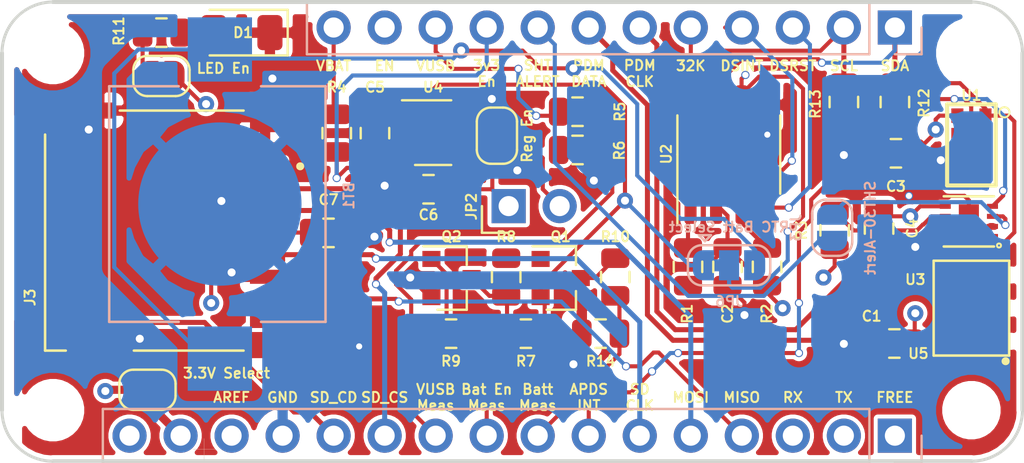
<source format=kicad_pcb>
(kicad_pcb (version 20171130) (host pcbnew "(5.1.6)-1")
  (layers (0 F.Cu signal hide) (1 In1.Gnd.Cu power hide) (2 In2.3v3.Cu power hide) (31 B.Cu signal hide) (34 B.Paste user) (35 F.Paste user) (36 B.SilkS user) (37 F.SilkS user) (38 B.Mask user) (39 F.Mask user) (44 Edge.Cuts user))
  (net 0 "")
  (net 1 /FREE)
  (net 2 /TX)
  (net 3 /RX)
  (net 4 GND)
  (net 5 /AREF)
  (net 6 +3V3)
  (net 7 /~RST)
  (net 8 /SDA)
  (net 9 /SCL)
  (net 10 /VUSB)
  (net 11 /EN)
  (net 12 /VBAT)
  (net 13 +BATT)
  (net 14 "Net-(D1-Pad2)")
  (net 15 /SD_DOut)
  (net 16 /SD_DIn)
  (net 17 /SD_CLK)
  (net 18 /APDS_INT)
  (net 19 /Batt_Meas)
  (net 20 /VUSB_Meas)
  (net 21 /Batt_Meas_En)
  (net 22 /3v3_Reg_En)
  (net 23 /3v3_feather)
  (net 24 /32KHz)
  (net 25 /DS3231_INT)
  (net 26 /DS3231_RST)
  (net 27 /PDM_DATA)
  (net 28 /PDM_CLK)
  (net 29 "Net-(J3-Pad1)")
  (net 30 /SD_CS)
  (net 31 "Net-(J3-Pad8)")
  (net 32 /SD_CD)
  (net 33 "Net-(JP2-Pad2)")
  (net 34 "Net-(JP3-Pad1)")
  (net 35 "Net-(JP5-Pad2)")
  (net 36 "Net-(Q1-Pad3)")
  (net 37 "Net-(Q1-Pad1)")
  (net 38 "Net-(Q2-Pad3)")
  (net 39 "Net-(Q2-Pad1)")
  (net 40 "Net-(R3-Pad2)")
  (net 41 "Net-(U1-Pad3)")
  (net 42 "Net-(U4-Pad4)")
  (net 43 /RTC_BATT)
  (net 44 /SHT30_ALERT)
  (module Package_SO:SOIC-8_3.9x4.9mm_P1.27mm (layer F.Cu) (at 61.5823 32.9946 90)
    (fp_text reference U2 (at 0.0254 -3.1115 90) (layer F.SilkS) (effects (font (size 0.5 0.5) (thickness 0.1))))
    (fp_text value DS3231MZ)
    (pad 8 smd roundrect (at 2.475 -1.905 90) (size 1.95 0.6) (layers F.Cu F.Paste F.Mask) (net 9 /SCL))
    (pad 7 smd roundrect (at 2.475 -0.635 90) (size 1.95 0.6) (layers F.Cu F.Paste F.Mask) (net 8 /SDA))
    (pad 6 smd roundrect (at 2.475 0.635 90) (size 1.95 0.6) (layers F.Cu F.Paste F.Mask) (net 43 /RTC_BATT))
    (pad 5 smd roundrect (at 2.475 1.905 90) (size 1.95 0.6) (layers F.Cu F.Paste F.Mask) (net 4 GND))
    (pad 4 smd roundrect (at -2.475 1.905 90) (size 1.95 0.6) (layers F.Cu F.Paste F.Mask) (net 26 /DS3231_RST))
    (pad 3 smd roundrect (at -2.475 0.635 90) (size 1.95 0.6) (layers F.Cu F.Paste F.Mask) (net 25 /DS3231_INT))
    (pad 2 smd roundrect (at -2.475 -0.635 90) (size 1.95 0.6) (layers F.Cu F.Paste F.Mask) (net 6 +3V3))
    (pad 1 smd roundrect (at -2.475 -1.905 90) (size 1.95 0.6) (layers F.Cu F.Paste F.Mask) (net 24 /32KHz))
  )
  (module Connector_PinHeader_2.54mm:PinHeader_1x02_P2.54mm_Vertical (layer F.Cu) (at 50.6222 35.56 90)
    (fp_text reference JP2 (at -0.0254 -1.8542 90) (layer F.SilkS) (effects (font (size 0.5 0.5) (thickness 0.1))))
    (fp_text value M02)
    (pad 2 thru_hole oval (at 0 2.54 90) (size 1.7 1.7) (drill 1) (layers *.Cu *.Mask) (net 33 "Net-(JP2-Pad2)"))
    (pad 1 thru_hole rect (at 0 0 90) (size 1.7 1.7) (drill 1) (layers *.Cu *.Mask) (net 6 +3V3))
  )
  (module "My Libraries:XDCR_CMM-4737DT-26186-TR" (layer F.Cu) (at 73.66 40.64 180)
    (fp_text reference U5 (at 2.6416 -2.2606) (layer F.SilkS) (effects (font (size 0.5 0.5) (thickness 0.1))))
    (fp_text value CMM-4737DT-26186-TR)
    (fp_poly (pts (xy 0.76 -1.88) (xy 0.86 -1.98) (xy 0.897968 -2.014454) (xy 0.936591 -2.042516) (xy 0.977936 -2.066386) (xy 1.021549 -2.085804) (xy 1.066953 -2.100556) (xy 1.113651 -2.110482) (xy 1.16113 -2.115473) (xy 1.20887 -2.115473) (xy 1.256349 -2.110482) (xy 1.303047 -2.100556) (xy 1.348451 -2.085804) (xy 1.392064 -2.066386) (xy 1.433409 -2.042516) (xy 1.472032 -2.014454) (xy 1.50751 -1.98251) (xy 1.539454 -1.947032) (xy 1.567516 -1.908409) (xy 1.591386 -1.867064) (xy 1.610804 -1.823451) (xy 1.625556 -1.778047) (xy 1.635482 -1.731349) (xy 1.640473 -1.68387) (xy 1.640473 -1.63613) (xy 1.635482 -1.588651) (xy 1.625556 -1.541953) (xy 1.610804 -1.496549) (xy 1.591386 -1.452936) (xy 1.567516 -1.411591) (xy 1.539454 -1.372968) (xy 1.51 -1.34) (xy 1.27 -1.11) (xy 1.234684 -1.080482) (xy 1.195077 -1.053766) (xy 1.152894 -1.031337) (xy 1.108598 -1.01344) (xy 1.062674 -1.000272) (xy 1.015624 -0.991976) (xy 0.967966 -0.988643) (xy 0.92022 -0.990311) (xy 0.87291 -0.99696) (xy 0.826554 -1.008517) (xy 0.78166 -1.024857) (xy 0.73872 -1.045801) (xy 0.698205 -1.071117) (xy 0.660557 -1.100531) (xy 0.626191 -1.133718) (xy 0.595482 -1.170316) (xy 0.568766 -1.209923) (xy 0.546337 -1.252106) (xy 0.52844 -1.296402) (xy 0.515272 -1.342326) (xy 0.506976 -1.389376) (xy 0.503643 -1.437034) (xy 0.505311 -1.48478) (xy 0.51196 -1.53209) (xy 0.523517 -1.578446) (xy 0.539857 -1.62334) (xy 0.560801 -1.66628) (xy 0.586117 -1.706795) (xy 0.615531 -1.744443) (xy 0.65 -1.78) (xy 0.76 -1.88)) (layer F.Cu) (width 0.0001))
    (pad 1 smd circle (at -1.17 -1.65 180) (size 0.91 0.91) (layers F.Cu F.Paste F.Mask) (net 4 GND))
    (pad 2 smd circle (at -1.17 0 180) (size 0.91 0.91) (layers F.Cu F.Paste F.Mask) (net 4 GND))
    (pad 3 smd circle (at -1.17 1.65 180) (size 0.91 0.91) (layers F.Cu F.Paste F.Mask) (net 4 GND))
    (pad 4 smd circle (at 1.17 1.65 180) (size 0.91 0.91) (layers F.Cu F.Paste F.Mask) (net 28 /PDM_CLK))
    (pad 5 smd circle (at 1.17 0 180) (size 0.91 0.91) (layers F.Cu F.Paste F.Mask) (net 27 /PDM_DATA))
    (pad 6 smd circle (at 1.17 -1.65 180) (size 0.5 0.5) (layers F.Cu) (net 6 +3V3))
  )
  (module "My Libraries:MPD_BK-870" (layer B.Cu) (at 36.2458 35.4584 90)
    (fp_text reference BT1 (at 0.4064 6.4262 90) (layer B.SilkS) (effects (font (size 0.5 0.5) (thickness 0.1)) (justify mirror)))
    (fp_text value 10mm)
    (fp_text user + (at -12.2065 -0.90048 90) (layer B.SilkS) (effects (font (size 1.400748 1.400748) (thickness 0.015)) (justify mirror)))
    (pad 1 smd rect (at -7.695 0 90) (size 3.2 3.2) (layers B.Cu B.Paste B.Mask) (net 13 +BATT))
    (pad 1 smd rect (at 7.695 0 90) (size 3.2 3.2) (layers B.Cu B.Paste B.Mask) (net 13 +BATT))
    (pad 2 smd circle (at 0 0 90) (size 8.13 8.13) (layers B.Cu B.Paste B.Mask) (net 4 GND))
  )
  (module Package_TO_SOT_SMD:SOT-23 (layer F.Cu) (at 53.213 39.1414)
    (fp_text reference Q1 (at 0 -2.0574) (layer F.SilkS) (effects (font (size 0.5 0.5) (thickness 0.1))))
    (fp_text value Q_PNP_BEC)
    (pad 3 smd rect (at 1 0) (size 0.9 0.8) (layers F.Cu F.Paste F.Mask) (net 36 "Net-(Q1-Pad3)"))
    (pad 2 smd rect (at -1 0.95) (size 0.9 0.8) (layers F.Cu F.Paste F.Mask) (net 12 /VBAT))
    (pad 1 smd rect (at -1 -0.95) (size 0.9 0.8) (layers F.Cu F.Paste F.Mask) (net 37 "Net-(Q1-Pad1)"))
  )
  (module "My Libraries:AMPHENOL_1140084168" (layer F.Cu) (at 37.7444 36.7792 90)
    (fp_text reference J3 (at -3.3274 -10.9474 90) (layer F.SilkS) (effects (font (size 0.5 0.5) (thickness 0.1))))
    (fp_text value 1140084168)
    (pad 1 smd rect (at 3.2 0.875 90) (size 0.7 1.75) (layers F.Cu F.Paste F.Mask) (net 29 "Net-(J3-Pad1)"))
    (pad 2 smd rect (at 2.1 0.875 90) (size 0.7 1.75) (layers F.Cu F.Paste F.Mask) (net 30 /SD_CS))
    (pad 3 smd rect (at 1 0.875 90) (size 0.7 1.75) (layers F.Cu F.Paste F.Mask) (net 16 /SD_DIn))
    (pad 4 smd rect (at -0.1 0.875 90) (size 0.7 1.75) (layers F.Cu F.Paste F.Mask) (net 6 +3V3))
    (pad 5 smd rect (at -1.2 0.875 90) (size 0.7 1.75) (layers F.Cu F.Paste F.Mask) (net 17 /SD_CLK))
    (pad 6 smd rect (at -2.3 0.875 90) (size 0.7 1.75) (layers F.Cu F.Paste F.Mask) (net 4 GND))
    (pad 7 smd rect (at -3.4 0.875 90) (size 0.7 1.75) (layers F.Cu F.Paste F.Mask) (net 15 /SD_DOut))
    (pad 8 smd rect (at -4.5 0.875 90) (size 0.7 1.75) (layers F.Cu F.Paste F.Mask) (net 31 "Net-(J3-Pad8)"))
    (pad 9 smd rect (at 5.575 -9.925 90) (size 1 1.55) (layers F.Cu F.Paste F.Mask) (net 32 /SD_CD))
    (pad 10 smd rect (at -5.625 -8.35 90) (size 1.45 1) (layers F.Cu F.Paste F.Mask) (net 4 GND))
    (pad S1 smd rect (at 5.65 0.75 90) (size 1.5 1.5) (layers F.Cu F.Paste F.Mask) (net 4 GND))
    (pad S2 smd rect (at -5.7 0.75 90) (size 1.3 1.5) (layers F.Cu F.Paste F.Mask) (net 4 GND))
    (pad S3 smd rect (at 5.975 -7.5 90) (size 0.8 1.4) (layers F.Cu F.Paste F.Mask) (net 4 GND))
    (pad S4 smd rect (at -5.95 -6.85 90) (size 0.8 1.5) (layers F.Cu F.Paste F.Mask) (net 4 GND))
  )
  (module Jumper:SolderJumper-3_P1.3mm_Bridged12_RoundedPad1.0x1.5mm (layer B.Cu) (at 61.595 38.5064)
    (fp_text reference JP6 (at 0 1.8) (layer B.SilkS) (effects (font (size 0.5 0.5) (thickness 0.1)) (justify mirror)))
    (fp_text value "RTC Batt Select" (at 0 -1.9) (layer B.SilkS) (effects (font (size 0.5 0.5) (thickness 0.1)) (justify mirror)))
    (fp_poly (pts (xy -0.9 0.3) (xy -0.4 0.3) (xy -0.4 -0.3) (xy -0.9 -0.3)) (layer B.Cu) (width 0))
    (pad 1 smd custom (at -1.3 0) (size 1 0.5) (layers B.Cu B.Mask) (net 12 /VBAT) (options (clearance outline) (anchor rect)) (primitives (gr_circle (center 0 -0.25) (end 0.5 -0.25) (width 0)) (gr_circle (center 0 0.25) (end 0.5 0.25) (width 0)) (gr_poly (pts (xy 0.55 0.75) (xy 0 0.75) (xy 0 -0.75) (xy 0.55 -0.75)) (width 0))))
    (pad 2 smd rect (at 0 0) (size 1 1.5) (layers B.Cu B.Mask) (net 43 /RTC_BATT))
    (pad 3 smd custom (at 1.3 0) (size 1 0.5) (layers B.Cu B.Mask) (net 13 +BATT) (options (clearance outline) (anchor rect)) (primitives (gr_circle (center 0 -0.25) (end 0.5 -0.25) (width 0)) (gr_circle (center 0 0.25) (end 0.5 0.25) (width 0)) (gr_poly (pts (xy -0.55 0.75) (xy 0 0.75) (xy 0 -0.75) (xy -0.55 -0.75)) (width 0))))
  )
  (module MountingHole:MountingHole_2.5mm (layer F.Cu) (at 73.66 27.94)
    (fp_text reference REF** hide)
    (fp_text value MountingHole_2.5mm hide)
    (pad 1 np_thru_hole circle (at 0 0) (size 2.5 2.5) (drill 2.5) (layers *.Cu *.Mask))
  )
  (module MountingHole:MountingHole_2.5mm (layer F.Cu) (at 73.66 45.72)
    (fp_text reference REF** hide)
    (fp_text value MountingHole_2.5mm hide)
    (pad 1 np_thru_hole circle (at 0 0) (size 2.5 2.5) (drill 2.5) (layers *.Cu *.Mask))
  )
  (module Package_TO_SOT_SMD:SOT-23-5 (layer F.Cu) (at 46.863 31.9024)
    (fp_text reference U4 (at 0 -2.2606) (layer F.SilkS) (effects (font (size 0.5 0.5) (thickness 0.1))))
    (fp_text value MIC5504-3.3YM5)
    (pad 5 smd rect (at 1.1 -0.95) (size 1.06 0.65) (layers F.Cu F.Paste F.Mask) (net 33 "Net-(JP2-Pad2)"))
    (pad 4 smd rect (at 1.1 0.95) (size 1.06 0.65) (layers F.Cu F.Paste F.Mask) (net 42 "Net-(U4-Pad4)"))
    (pad 3 smd rect (at -1.1 0.95) (size 1.06 0.65) (layers F.Cu F.Paste F.Mask) (net 22 /3v3_Reg_En))
    (pad 2 smd rect (at -1.1 0) (size 1.06 0.65) (layers F.Cu F.Paste F.Mask) (net 4 GND))
    (pad 1 smd rect (at -1.1 -0.95) (size 1.06 0.65) (layers F.Cu F.Paste F.Mask) (net 12 /VBAT))
  )
  (module "My Libraries:DFN250X250X100-9N" (layer F.Cu) (at 73.533 36.322 180)
    (fp_text reference U3 (at 2.667 -2.8956) (layer F.SilkS) (effects (font (size 0.5 0.5) (thickness 0.1))))
    (fp_text value SHT30-DIS)
    (pad 1 smd rect (at -1.175 -0.75 180) (size 0.55 0.25) (layers F.Cu F.Paste F.Mask) (net 8 /SDA))
    (pad 2 smd rect (at -1.175 -0.25 180) (size 0.55 0.25) (layers F.Cu F.Paste F.Mask) (net 4 GND))
    (pad 3 smd rect (at -1.175 0.25 180) (size 0.55 0.25) (layers F.Cu F.Paste F.Mask) (net 34 "Net-(JP3-Pad1)"))
    (pad 4 smd rect (at -1.175 0.75 180) (size 0.55 0.25) (layers F.Cu F.Paste F.Mask) (net 9 /SCL))
    (pad 8 smd rect (at 1.175 -0.75 180) (size 0.55 0.25) (layers F.Cu F.Paste F.Mask) (net 4 GND))
    (pad 7 smd rect (at 1.175 -0.25 180) (size 0.55 0.25) (layers F.Cu F.Paste F.Mask) (net 4 GND))
    (pad 6 smd rect (at 1.175 0.25 180) (size 0.55 0.25) (layers F.Cu F.Paste F.Mask) (net 40 "Net-(R3-Pad2)"))
    (pad 5 smd rect (at 1.175 0.75 180) (size 0.55 0.25) (layers F.Cu F.Paste F.Mask) (net 6 +3V3))
    (pad 9 smd rect (at 0 0 180) (size 1 1.7) (layers F.Cu F.Mask) (net 4 GND))
  )
  (module "My Libraries:APDS-9960" (layer F.Cu) (at 73.66 32.512)
    (fp_text reference U1 (at 0 -2.4638) (layer F.SilkS) (effects (font (size 0.5 0.5) (thickness 0.1))))
    (fp_text value APDS-9960)
    (pad 1 smd rect (at 0.7 -1.455) (size 0.6 0.72) (layers F.Cu F.Paste F.Mask) (net 8 /SDA))
    (pad 2 smd rect (at 0.7 -0.485) (size 0.6 0.72) (layers F.Cu F.Paste F.Mask) (net 18 /APDS_INT))
    (pad 3 smd rect (at 0.7 0.485) (size 0.6 0.72) (layers F.Cu F.Paste F.Mask) (net 41 "Net-(U1-Pad3)"))
    (pad 4 smd rect (at 0.7 1.455) (size 0.6 0.72) (layers F.Cu F.Paste F.Mask) (net 41 "Net-(U1-Pad3)"))
    (pad 5 smd rect (at -0.7 1.455) (size 0.6 0.72) (layers F.Cu F.Paste F.Mask) (net 6 +3V3))
    (pad 6 smd rect (at -0.7 0.485) (size 0.6 0.72) (layers F.Cu F.Paste F.Mask) (net 4 GND))
    (pad 7 smd rect (at -0.7 -0.485) (size 0.6 0.72) (layers F.Cu F.Paste F.Mask) (net 9 /SCL))
    (pad 8 smd rect (at -0.7 -1.455) (size 0.6 0.72) (layers F.Cu F.Paste F.Mask) (net 6 +3V3))
  )
  (module Resistor_SMD:R_0805_2012Metric (layer F.Cu) (at 55.2008 41.91)
    (fp_text reference R14 (at 0 1.3716) (layer F.SilkS) (effects (font (size 0.5 0.5) (thickness 0.1))))
    (fp_text value 10K)
    (pad 2 smd roundrect (at 0.9375 0) (size 0.975 1.4) (layers F.Cu F.Paste F.Mask) (net 19 /Batt_Meas))
    (pad 1 smd roundrect (at -0.9375 0) (size 0.975 1.4) (layers F.Cu F.Paste F.Mask) (net 4 GND))
  )
  (module Resistor_SMD:R_0805_2012Metric (layer F.Cu) (at 67.31 30.3784 90)
    (fp_text reference R13 (at -0.1016 -1.4224 90) (layer F.SilkS) (effects (font (size 0.5 0.5) (thickness 0.1))))
    (fp_text value 4.7K)
    (pad 2 smd roundrect (at 0.9375 0 90) (size 0.975 1.4) (layers F.Cu F.Paste F.Mask) (net 9 /SCL))
    (pad 1 smd roundrect (at -0.9375 0 90) (size 0.975 1.4) (layers F.Cu F.Paste F.Mask) (net 6 +3V3))
  )
  (module Resistor_SMD:R_0805_2012Metric (layer F.Cu) (at 69.85 30.3784 90)
    (fp_text reference R12 (at -0.0508 1.4478 90) (layer F.SilkS) (effects (font (size 0.5 0.5) (thickness 0.1))))
    (fp_text value 4.7K)
    (pad 2 smd roundrect (at 0.9375 0 90) (size 0.975 1.4) (layers F.Cu F.Paste F.Mask) (net 8 /SDA))
    (pad 1 smd roundrect (at -0.9375 0 90) (size 0.975 1.4) (layers F.Cu F.Paste F.Mask) (net 6 +3V3))
  )
  (module Resistor_SMD:R_0805_2012Metric (layer F.Cu) (at 33.3375 26.924 180)
    (fp_text reference R11 (at 2.1209 0.0762 90) (layer F.SilkS) (effects (font (size 0.5 0.5) (thickness 0.1))))
    (fp_text value 1K)
    (pad 2 smd roundrect (at 0.9375 0 180) (size 0.975 1.4) (layers F.Cu F.Paste F.Mask) (net 35 "Net-(JP5-Pad2)"))
    (pad 1 smd roundrect (at -0.9375 0 180) (size 0.975 1.4) (layers F.Cu F.Paste F.Mask) (net 14 "Net-(D1-Pad2)"))
  )
  (module Resistor_SMD:R_0805_2012Metric (layer F.Cu) (at 55.9308 39.0906 90)
    (fp_text reference R10 (at 2.0066 0 180) (layer F.SilkS) (effects (font (size 0.5 0.5) (thickness 0.1))))
    (fp_text value 10K)
    (pad 2 smd roundrect (at 0.9375 0 90) (size 0.975 1.4) (layers F.Cu F.Paste F.Mask) (net 36 "Net-(Q1-Pad3)"))
    (pad 1 smd roundrect (at -0.9375 0 90) (size 0.975 1.4) (layers F.Cu F.Paste F.Mask) (net 19 /Batt_Meas))
  )
  (module Resistor_SMD:R_0805_2012Metric (layer F.Cu) (at 47.7574 41.91)
    (fp_text reference R9 (at -0.0054 1.3716) (layer F.SilkS) (effects (font (size 0.5 0.5) (thickness 0.1))))
    (fp_text value 1K)
    (pad 2 smd roundrect (at 0.9375 0) (size 0.975 1.4) (layers F.Cu F.Paste F.Mask) (net 21 /Batt_Meas_En))
    (pad 1 smd roundrect (at -0.9375 0) (size 0.975 1.4) (layers F.Cu F.Paste F.Mask) (net 39 "Net-(Q2-Pad1)"))
  )
  (module Resistor_SMD:R_0805_2012Metric (layer F.Cu) (at 50.5 39.0906 90)
    (fp_text reference R8 (at 2.0066 0 180) (layer F.SilkS) (effects (font (size 0.5 0.5) (thickness 0.1))))
    (fp_text value 1K)
    (pad 2 smd roundrect (at 0.9375 0 90) (size 0.975 1.4) (layers F.Cu F.Paste F.Mask) (net 37 "Net-(Q1-Pad1)"))
    (pad 1 smd roundrect (at -0.9375 0 90) (size 0.975 1.4) (layers F.Cu F.Paste F.Mask) (net 38 "Net-(Q2-Pad3)"))
  )
  (module Resistor_SMD:R_0805_2012Metric (layer F.Cu) (at 51.4791 41.91)
    (fp_text reference R7 (at 0 1.3716) (layer F.SilkS) (effects (font (size 0.5 0.5) (thickness 0.1))))
    (fp_text value 10K)
    (pad 2 smd roundrect (at 0.9375 0) (size 0.975 1.4) (layers F.Cu F.Paste F.Mask) (net 12 /VBAT))
    (pad 1 smd roundrect (at -0.9375 0) (size 0.975 1.4) (layers F.Cu F.Paste F.Mask) (net 38 "Net-(Q2-Pad3)"))
  )
  (module Resistor_SMD:R_0805_2012Metric (layer F.Cu) (at 54.0512 32.766)
    (fp_text reference R6 (at 2.0828 0.0254 90) (layer F.SilkS) (effects (font (size 0.5 0.5) (thickness 0.1))))
    (fp_text value 4.7K)
    (pad 2 smd roundrect (at 0.9375 0) (size 0.975 1.4) (layers F.Cu F.Paste F.Mask) (net 4 GND))
    (pad 1 smd roundrect (at -0.9375 0) (size 0.975 1.4) (layers F.Cu F.Paste F.Mask) (net 20 /VUSB_Meas))
  )
  (module Resistor_SMD:R_0805_2012Metric (layer F.Cu) (at 54.0512 30.861)
    (fp_text reference R5 (at 2.1082 0 90) (layer F.SilkS) (effects (font (size 0.5 0.5) (thickness 0.1))))
    (fp_text value 4.7K)
    (pad 2 smd roundrect (at 0.9375 0) (size 0.975 1.4) (layers F.Cu F.Paste F.Mask) (net 20 /VUSB_Meas))
    (pad 1 smd roundrect (at -0.9375 0) (size 0.975 1.4) (layers F.Cu F.Paste F.Mask) (net 10 /VUSB))
  )
  (module Resistor_SMD:R_0805_2012Metric (layer F.Cu) (at 42.0624 31.9278 270)
    (fp_text reference R4 (at -2.286 0 180) (layer F.SilkS) (effects (font (size 0.5 0.5) (thickness 0.1))))
    (fp_text value DNP)
    (pad 2 smd roundrect (at 0.9375 0 270) (size 0.975 1.4) (layers F.Cu F.Paste F.Mask) (net 22 /3v3_Reg_En))
    (pad 1 smd roundrect (at -0.9375 0 270) (size 0.975 1.4) (layers F.Cu F.Paste F.Mask) (net 12 /VBAT))
  )
  (module Resistor_SMD:R_0805_2012Metric (layer F.Cu) (at 66.8528 36.7665 90)
    (fp_text reference R3 (at 0 -1.65 90) (layer F.SilkS) (effects (font (size 0.5 0.5) (thickness 0.1))))
    (fp_text value 4.7K)
    (pad 2 smd roundrect (at 0.9375 0 90) (size 0.975 1.4) (layers F.Cu F.Paste F.Mask) (net 40 "Net-(R3-Pad2)"))
    (pad 1 smd roundrect (at -0.9375 0 90) (size 0.975 1.4) (layers F.Cu F.Paste F.Mask) (net 6 +3V3))
  )
  (module Resistor_SMD:R_0805_2012Metric (layer F.Cu) (at 63.4873 38.5826 90)
    (fp_text reference R2 (at -2.3368 -0.0127 90) (layer F.SilkS) (effects (font (size 0.5 0.5) (thickness 0.1))))
    (fp_text value 4.7K)
    (pad 2 smd roundrect (at 0.9375 0 90) (size 0.975 1.4) (layers F.Cu F.Paste F.Mask) (net 25 /DS3231_INT))
    (pad 1 smd roundrect (at -0.9375 0 90) (size 0.975 1.4) (layers F.Cu F.Paste F.Mask) (net 6 +3V3))
  )
  (module Resistor_SMD:R_0805_2012Metric (layer F.Cu) (at 59.5503 38.5826 90)
    (fp_text reference R1 (at -2.3368 -0.0381 90) (layer F.SilkS) (effects (font (size 0.5 0.5) (thickness 0.1))))
    (fp_text value 4.7K)
    (pad 2 smd roundrect (at 0.9375 0 90) (size 0.975 1.4) (layers F.Cu F.Paste F.Mask) (net 24 /32KHz))
    (pad 1 smd roundrect (at -0.9375 0 90) (size 0.975 1.4) (layers F.Cu F.Paste F.Mask) (net 6 +3V3))
  )
  (module Package_TO_SOT_SMD:SOT-23 (layer F.Cu) (at 47.7774 39.1414)
    (fp_text reference Q2 (at 0 -2.0574) (layer F.SilkS) (effects (font (size 0.5 0.5) (thickness 0.1))))
    (fp_text value Q_NPN_BEC)
    (pad 3 smd rect (at 1 0) (size 0.9 0.8) (layers F.Cu F.Paste F.Mask) (net 38 "Net-(Q2-Pad3)"))
    (pad 2 smd rect (at -1 0.95) (size 0.9 0.8) (layers F.Cu F.Paste F.Mask) (net 4 GND))
    (pad 1 smd rect (at -1 -0.95) (size 0.9 0.8) (layers F.Cu F.Paste F.Mask) (net 39 "Net-(Q2-Pad1)"))
  )
  (module Jumper:SolderJumper-2_P1.3mm_Open_RoundedPad1.0x1.5mm (layer F.Cu) (at 33.3375 29.083 180)
    (fp_text reference JP5 hide)
    (fp_text value "LED En" (at -3.0861 0.381 180) (layer F.SilkS) (effects (font (size 0.5 0.5) (thickness 0.1))))
    (pad 2 smd custom (at 0.65 0 180) (size 1 0.5) (layers F.Cu F.Mask) (net 35 "Net-(JP5-Pad2)") (options (clearance outline) (anchor rect)) (primitives (gr_circle (center 0 0.25) (end 0.5 0.25) (width 0)) (gr_circle (center 0 -0.25) (end 0.5 -0.25) (width 0)) (gr_poly (pts (xy 0 -0.75) (xy -0.5 -0.75) (xy -0.5 0.75) (xy 0 0.75)) (width 0))))
    (pad 1 smd custom (at -0.65 0 180) (size 1 0.5) (layers F.Cu F.Mask) (net 6 +3V3) (options (clearance outline) (anchor rect)) (primitives (gr_circle (center 0 0.25) (end 0.5 0.25) (width 0)) (gr_circle (center 0 -0.25) (end 0.5 -0.25) (width 0)) (gr_poly (pts (xy 0 -0.75) (xy 0.5 -0.75) (xy 0.5 0.75) (xy 0 0.75)) (width 0))))
  )
  (module Jumper:SolderJumper-2_P1.3mm_Bridged_RoundedPad1.0x1.5mm (layer F.Cu) (at 50.038 32.0548 270)
    (fp_text reference JP4 hide)
    (fp_text value "Reg En" (at 0 -1.4986 270) (layer F.SilkS) (effects (font (size 0.5 0.5) (thickness 0.1))))
    (fp_poly (pts (xy 0.25 -0.3) (xy -0.25 -0.3) (xy -0.25 0.3) (xy 0.25 0.3)) (layer F.Cu) (width 0))
    (pad 1 smd custom (at -0.65 0 270) (size 1 0.5) (layers F.Cu F.Mask) (net 33 "Net-(JP2-Pad2)") (options (clearance outline) (anchor rect)) (primitives (gr_circle (center 0 0.25) (end 0.5 0.25) (width 0)) (gr_circle (center 0 -0.25) (end 0.5 -0.25) (width 0)) (gr_poly (pts (xy 0 -0.75) (xy 0.5 -0.75) (xy 0.5 0.75) (xy 0 0.75)) (width 0))))
    (pad 2 smd custom (at 0.65 0 270) (size 1 0.5) (layers F.Cu F.Mask) (net 6 +3V3) (options (clearance outline) (anchor rect)) (primitives (gr_circle (center 0 0.25) (end 0.5 0.25) (width 0)) (gr_circle (center 0 -0.25) (end 0.5 -0.25) (width 0)) (gr_poly (pts (xy 0 -0.75) (xy -0.5 -0.75) (xy -0.5 0.75) (xy 0 0.75)) (width 0))))
  )
  (module Jumper:SolderJumper-2_P1.3mm_Open_RoundedPad1.0x1.5mm (layer B.Cu) (at 66.7258 36.6395 270)
    (fp_text reference JP3 (at 0 1.8 270) (layer B.SilkS) (effects (font (size 0.5 0.5) (thickness 0.1)) (justify mirror)))
    (fp_text value SHT30-Alert (at 0 -1.9 270) (layer B.SilkS) (effects (font (size 0.5 0.5) (thickness 0.1)) (justify mirror)))
    (pad 2 smd custom (at 0.65 0 270) (size 1 0.5) (layers B.Cu B.Mask) (net 44 /SHT30_ALERT) (options (clearance outline) (anchor rect)) (primitives (gr_circle (center 0 -0.25) (end 0.5 -0.25) (width 0)) (gr_circle (center 0 0.25) (end 0.5 0.25) (width 0)) (gr_poly (pts (xy 0 0.75) (xy -0.5 0.75) (xy -0.5 -0.75) (xy 0 -0.75)) (width 0))))
    (pad 1 smd custom (at -0.65 0 270) (size 1 0.5) (layers B.Cu B.Mask) (net 34 "Net-(JP3-Pad1)") (options (clearance outline) (anchor rect)) (primitives (gr_circle (center 0 -0.25) (end 0.5 -0.25) (width 0)) (gr_circle (center 0 0.25) (end 0.5 0.25) (width 0)) (gr_poly (pts (xy 0 0.75) (xy 0.5 0.75) (xy 0.5 -0.75) (xy 0 -0.75)) (width 0))))
  )
  (module Jumper:SolderJumper-2_P1.3mm_Open_RoundedPad1.0x1.5mm (layer F.Cu) (at 32.639 44.704)
    (fp_text reference JP1 hide)
    (fp_text value "3.3V Select" (at 3.937 -0.8255) (layer F.SilkS) (effects (font (size 0.5 0.5) (thickness 0.1))))
    (pad 2 smd custom (at 0.65 0) (size 1 0.5) (layers F.Cu F.Mask) (net 23 /3v3_feather) (options (clearance outline) (anchor rect)) (primitives (gr_circle (center 0 0.25) (end 0.5 0.25) (width 0)) (gr_circle (center 0 -0.25) (end 0.5 -0.25) (width 0)) (gr_poly (pts (xy 0 -0.75) (xy -0.5 -0.75) (xy -0.5 0.75) (xy 0 0.75)) (width 0))))
    (pad 1 smd custom (at -0.65 0) (size 1 0.5) (layers F.Cu F.Mask) (net 6 +3V3) (options (clearance outline) (anchor rect)) (primitives (gr_circle (center 0 0.25) (end 0.5 0.25) (width 0)) (gr_circle (center 0 -0.25) (end 0.5 -0.25) (width 0)) (gr_poly (pts (xy 0 -0.75) (xy 0.5 -0.75) (xy 0.5 0.75) (xy 0 0.75)) (width 0))))
  )
  (module LED_SMD:LED_1206_3216Metric (layer F.Cu) (at 37.338 26.924 180)
    (fp_text reference D1 (at -0.0635 0) (layer F.SilkS) (effects (font (size 0.5 0.5) (thickness 0.1))))
    (fp_text value PWR_LED)
    (pad 2 smd roundrect (at 1.4 0 180) (size 1.25 1.75) (layers F.Cu F.Paste F.Mask) (roundrect_rratio 0.2) (net 14 "Net-(D1-Pad2)"))
    (pad 1 smd roundrect (at -1.4 0 180) (size 1.25 1.75) (layers F.Cu F.Paste F.Mask) (roundrect_rratio 0.2) (net 4 GND))
  )
  (module Capacitor_SMD:C_0805_2012Metric (layer F.Cu) (at 41.656 36.8935)
    (fp_text reference C7 (at 0 -1.65) (layer F.SilkS) (effects (font (size 0.5 0.5) (thickness 0.1))))
    (fp_text value 1uF)
    (pad 2 smd roundrect (at 0.9375 0) (size 0.975 1.4) (layers F.Cu F.Paste F.Mask) (net 4 GND))
    (pad 1 smd roundrect (at -0.9375 0) (size 0.975 1.4) (layers F.Cu F.Paste F.Mask) (net 6 +3V3))
  )
  (module Capacitor_SMD:C_0805_2012Metric (layer F.Cu) (at 46.6344 34.7218 180)
    (fp_text reference C6 (at 0 -1.27) (layer F.SilkS) (effects (font (size 0.5 0.5) (thickness 0.1))))
    (fp_text value 1uF)
    (pad 2 smd roundrect (at 0.9375 0 180) (size 0.975 1.4) (layers F.Cu F.Paste F.Mask) (net 4 GND))
    (pad 1 smd roundrect (at -0.9375 0 180) (size 0.975 1.4) (layers F.Cu F.Paste F.Mask) (net 6 +3V3))
  )
  (module Capacitor_SMD:C_0805_2012Metric (layer F.Cu) (at 43.9674 31.9278 270)
    (fp_text reference C5 (at -2.286 0 180) (layer F.SilkS) (effects (font (size 0.5 0.5) (thickness 0.1))))
    (fp_text value 1uF)
    (pad 2 smd roundrect (at 0.9375 0 270) (size 0.975 1.4) (layers F.Cu F.Paste F.Mask) (net 4 GND))
    (pad 1 smd roundrect (at -0.9375 0 270) (size 0.975 1.4) (layers F.Cu F.Paste F.Mask) (net 12 /VBAT))
  )
  (module Capacitor_SMD:C_0805_2012Metric (layer F.Cu) (at 69.0626 36.6776 270)
    (fp_text reference C4 (at 0 -1.65 90) (layer F.SilkS) (effects (font (size 0.5 0.5) (thickness 0.1))))
    (fp_text value 1uF)
    (pad 2 smd roundrect (at 0.9375 0 270) (size 0.975 1.4) (layers F.Cu F.Paste F.Mask) (net 4 GND))
    (pad 1 smd roundrect (at -0.9375 0 270) (size 0.975 1.4) (layers F.Cu F.Paste F.Mask) (net 6 +3V3))
  )
  (module Capacitor_SMD:C_0805_2012Metric (layer F.Cu) (at 69.9008 32.9311 180)
    (fp_text reference C3 (at 0 -1.65) (layer F.SilkS) (effects (font (size 0.5 0.5) (thickness 0.1))))
    (fp_text value 1uF)
    (pad 2 smd roundrect (at 0.9375 0 180) (size 0.975 1.4) (layers F.Cu F.Paste F.Mask) (net 4 GND))
    (pad 1 smd roundrect (at -0.9375 0 180) (size 0.975 1.4) (layers F.Cu F.Paste F.Mask) (net 6 +3V3))
  )
  (module Capacitor_SMD:C_0805_2012Metric (layer F.Cu) (at 61.5188 38.5826 270)
    (fp_text reference C2 (at 2.3368 0 90) (layer F.SilkS) (effects (font (size 0.5 0.5) (thickness 0.1))))
    (fp_text value 1uF)
    (pad 2 smd roundrect (at 0.9375 0 270) (size 0.975 1.4) (layers F.Cu F.Paste F.Mask) (net 4 GND))
    (pad 1 smd roundrect (at -0.9375 0 270) (size 0.975 1.4) (layers F.Cu F.Paste F.Mask) (net 6 +3V3))
  )
  (module Capacitor_SMD:C_0805_2012Metric (layer F.Cu) (at 69.825 42.4 180)
    (fp_text reference C1 (at 1.1303 1.3589) (layer F.SilkS) (effects (font (size 0.5 0.5) (thickness 0.1))))
    (fp_text value 1uF)
    (pad 2 smd roundrect (at 0.9375 0 180) (size 0.975 1.4) (layers F.Cu F.Paste F.Mask) (net 4 GND))
    (pad 1 smd roundrect (at -0.9375 0 180) (size 0.975 1.4) (layers F.Cu F.Paste F.Mask) (net 6 +3V3))
  )
  (module MountingHole:MountingHole_2.7mm_M2.5 (layer F.Cu) (at 27.94 45.72)
    (fp_text reference REF** hide)
    (fp_text value MountingHole_2.7mm_M2.5 hide)
    (pad 1 np_thru_hole circle (at 0 0) (size 2.7 2.7) (drill 2.7) (layers *.Cu *.Mask))
  )
  (module MountingHole:MountingHole_2.7mm_M2.5 (layer F.Cu) (at 27.94 27.94)
    (fp_text reference REF** hide)
    (fp_text value MountingHole_2.7mm_M2.5 hide)
    (pad 1 np_thru_hole circle (at 0 0) (size 2.7 2.7) (drill 2.7) (layers *.Cu *.Mask))
  )
  (module Connector_PinHeader_2.54mm:PinHeader_1x16_P2.54mm_Vertical (layer B.Cu) (at 69.85 46.99 90)
    (fp_text reference J1 hide)
    (fp_text value "feather long" hide)
    (pad 16 thru_hole oval (at 0 -38.1 90) (size 1.7 1.7) (drill 1) (layers *.Cu *.Mask) (net 7 /~RST))
    (pad 15 thru_hole oval (at 0 -35.56 90) (size 1.7 1.7) (drill 1) (layers *.Cu *.Mask) (net 23 /3v3_feather))
    (pad 14 thru_hole oval (at 0 -33.02 90) (size 1.7 1.7) (drill 1) (layers *.Cu *.Mask) (net 5 /AREF))
    (pad 13 thru_hole oval (at 0 -30.48 90) (size 1.7 1.7) (drill 1) (layers *.Cu *.Mask) (net 4 GND))
    (pad 12 thru_hole oval (at 0 -27.94 90) (size 1.7 1.7) (drill 1) (layers *.Cu *.Mask) (net 32 /SD_CD))
    (pad 11 thru_hole oval (at 0 -25.4 90) (size 1.7 1.7) (drill 1) (layers *.Cu *.Mask) (net 30 /SD_CS))
    (pad 10 thru_hole oval (at 0 -22.86 90) (size 1.7 1.7) (drill 1) (layers *.Cu *.Mask) (net 20 /VUSB_Meas))
    (pad 9 thru_hole oval (at 0 -20.32 90) (size 1.7 1.7) (drill 1) (layers *.Cu *.Mask) (net 21 /Batt_Meas_En))
    (pad 8 thru_hole oval (at 0 -17.78 90) (size 1.7 1.7) (drill 1) (layers *.Cu *.Mask) (net 19 /Batt_Meas))
    (pad 7 thru_hole oval (at 0 -15.24 90) (size 1.7 1.7) (drill 1) (layers *.Cu *.Mask) (net 18 /APDS_INT))
    (pad 6 thru_hole oval (at 0 -12.7 90) (size 1.7 1.7) (drill 1) (layers *.Cu *.Mask) (net 17 /SD_CLK))
    (pad 5 thru_hole oval (at 0 -10.16 90) (size 1.7 1.7) (drill 1) (layers *.Cu *.Mask) (net 16 /SD_DIn))
    (pad 4 thru_hole oval (at 0 -7.62 90) (size 1.7 1.7) (drill 1) (layers *.Cu *.Mask) (net 15 /SD_DOut))
    (pad 3 thru_hole oval (at 0 -5.08 90) (size 1.7 1.7) (drill 1) (layers *.Cu *.Mask) (net 3 /RX))
    (pad 2 thru_hole oval (at 0 -2.54 90) (size 1.7 1.7) (drill 1) (layers *.Cu *.Mask) (net 2 /TX))
    (pad 1 thru_hole rect (at 0 0 90) (size 1.7 1.7) (drill 1) (layers *.Cu *.Mask) (net 1 /FREE))
  )
  (module Connector_PinHeader_2.54mm:PinHeader_1x12_P2.54mm_Vertical (layer B.Cu) (at 69.85 26.67 90)
    (fp_text reference J2 hide)
    (fp_text value "feather short" hide)
    (pad 12 thru_hole oval (at 0 -27.94 90) (size 1.7 1.7) (drill 1) (layers *.Cu *.Mask) (net 12 /VBAT))
    (pad 11 thru_hole oval (at 0 -25.4 90) (size 1.7 1.7) (drill 1) (layers *.Cu *.Mask) (net 11 /EN))
    (pad 10 thru_hole oval (at 0 -22.86 90) (size 1.7 1.7) (drill 1) (layers *.Cu *.Mask) (net 10 /VUSB))
    (pad 9 thru_hole oval (at 0 -20.32 90) (size 1.7 1.7) (drill 1) (layers *.Cu *.Mask) (net 22 /3v3_Reg_En))
    (pad 8 thru_hole oval (at 0 -17.78 90) (size 1.7 1.7) (drill 1) (layers *.Cu *.Mask) (net 44 /SHT30_ALERT))
    (pad 7 thru_hole oval (at 0 -15.24 90) (size 1.7 1.7) (drill 1) (layers *.Cu *.Mask) (net 27 /PDM_DATA))
    (pad 6 thru_hole oval (at 0 -12.7 90) (size 1.7 1.7) (drill 1) (layers *.Cu *.Mask) (net 28 /PDM_CLK))
    (pad 5 thru_hole oval (at 0 -10.16 90) (size 1.7 1.7) (drill 1) (layers *.Cu *.Mask) (net 24 /32KHz))
    (pad 4 thru_hole oval (at 0 -7.62 90) (size 1.7 1.7) (drill 1) (layers *.Cu *.Mask) (net 25 /DS3231_INT))
    (pad 3 thru_hole oval (at 0 -5.08 90) (size 1.7 1.7) (drill 1) (layers *.Cu *.Mask) (net 26 /DS3231_RST))
    (pad 2 thru_hole oval (at 0 -2.54 90) (size 1.7 1.7) (drill 1) (layers *.Cu *.Mask) (net 9 /SCL))
    (pad 1 thru_hole rect (at 0 0 90) (size 1.7 1.7) (drill 1) (layers *.Cu *.Mask) (net 8 /SDA))
  )
  (gr_text "Sound, Humidity, Incandescence, Temperature sensor" (at 53.0606 17.7546) (layer F.Cu) (effects (font (size 1.5 1.5) (thickness 0.3))))
  (gr_text 32K (at 59.69 28.575) (layer F.SilkS) (effects (font (size 0.5 0.5) (thickness 0.1))))
  (gr_text "Todo: Add silk for RTC battery selections\nTODO: Add silk for 3.3v select JP1\nTODO: Label pins on JP2 Header" (at 52.3494 23.5458) (layer F.Cu) (effects (font (size 0.5 0.5) (thickness 0.1))))
  (gr_text VUSB (at 46.99 28.575) (layer F.SilkS) (effects (font (size 0.5 0.5) (thickness 0.1))))
  (gr_text VBAT (at 41.91 28.575) (layer F.SilkS) (effects (font (size 0.5 0.5) (thickness 0.1))))
  (gr_text EN (at 44.45 28.575) (layer F.SilkS) (effects (font (size 0.5 0.5) (thickness 0.1))))
  (gr_text "3v3\nEn" (at 49.53 28.956) (layer F.SilkS) (effects (font (size 0.5 0.5) (thickness 0.1))))
  (gr_text "SHT\nALERT" (at 52.07 28.956) (layer F.SilkS) (effects (font (size 0.5 0.5) (thickness 0.1))))
  (gr_text "PDM\nDATA" (at 54.61 28.956) (layer F.SilkS) (effects (font (size 0.5 0.5) (thickness 0.1))))
  (gr_text "PDM\nCLK" (at 57.15 28.956) (layer F.SilkS) (effects (font (size 0.5 0.5) (thickness 0.1))))
  (gr_text DSINT (at 62.23 28.575) (layer F.SilkS) (effects (font (size 0.5 0.5) (thickness 0.1))))
  (gr_text DSRST (at 64.77 28.575) (layer F.SilkS) (effects (font (size 0.5 0.5) (thickness 0.1))))
  (gr_text SCL (at 67.31 28.575) (layer F.SilkS) (effects (font (size 0.5 0.5) (thickness 0.1))))
  (gr_text SDA (at 69.85 28.575) (layer F.SilkS) (effects (font (size 0.5 0.5) (thickness 0.1))))
  (gr_text FREE (at 69.85 45.085) (layer F.SilkS) (effects (font (size 0.5 0.5) (thickness 0.1))))
  (gr_text TX (at 67.31 45.085) (layer F.SilkS) (effects (font (size 0.5 0.5) (thickness 0.1))))
  (gr_text RX (at 64.77 45.085) (layer F.SilkS) (effects (font (size 0.5 0.5) (thickness 0.1))))
  (gr_text MISO (at 62.23 45.085) (layer F.SilkS) (effects (font (size 0.5 0.5) (thickness 0.1))))
  (gr_text MOSI (at 59.69 45.085) (layer F.SilkS) (effects (font (size 0.5 0.5) (thickness 0.1))))
  (gr_text "SD\nCLK" (at 57.15 45.085) (layer F.SilkS) (effects (font (size 0.5 0.5) (thickness 0.1))))
  (gr_text "APDS\nINT" (at 54.61 45.085) (layer F.SilkS) (effects (font (size 0.5 0.5) (thickness 0.1))))
  (gr_text "Batt\nMeas" (at 52.07 45.085) (layer F.SilkS) (effects (font (size 0.5 0.5) (thickness 0.1))))
  (gr_text "Bat En\nMeas" (at 49.53 45.085) (layer F.SilkS) (effects (font (size 0.5 0.5) (thickness 0.1))))
  (gr_text "VUSB\nMeas" (at 46.99 45.085) (layer F.SilkS) (effects (font (size 0.5 0.5) (thickness 0.1))))
  (gr_text SD_CS (at 44.45 45.085) (layer F.SilkS) (effects (font (size 0.5 0.5) (thickness 0.1))))
  (gr_text SD_CD (at 41.91 45.085) (layer F.SilkS) (effects (font (size 0.5 0.5) (thickness 0.1))))
  (gr_text GND (at 39.37 45.085) (layer F.SilkS) (effects (font (size 0.5 0.5) (thickness 0.1))))
  (gr_text AREF (at 36.83 45.085) (layer F.SilkS) (effects (font (size 0.5 0.5) (thickness 0.1))))
  (gr_arc (start 73.66 27.94) (end 76.2 27.94) (angle -90) (layer Edge.Cuts) (width 0.15))
  (gr_arc (start 73.66 45.72) (end 73.66 48.26) (angle -90) (layer Edge.Cuts) (width 0.15))
  (gr_arc (start 27.94 45.72) (end 25.4 45.72) (angle -90) (layer Edge.Cuts) (width 0.15))
  (gr_arc (start 27.94 27.94) (end 27.94 25.4) (angle -90) (layer Edge.Cuts) (width 0.15))
  (gr_line (start 25.4 45.72) (end 25.4 27.94) (layer Edge.Cuts) (width 0.2))
  (gr_line (start 73.66 48.26) (end 27.94 48.26) (layer Edge.Cuts) (width 0.2))
  (gr_line (start 76.2 27.94) (end 76.2 45.72) (layer Edge.Cuts) (width 0.2))
  (gr_line (start 27.94 25.4) (end 73.66 25.4) (layer Edge.Cuts) (width 0.2))
  (via (at 70.55 35.05) (size 0.4064) (drill 0.3048) (layers F.Cu B.Cu) (net 4))
  (via (at 36.83 38.862) (size 0.8) (drill 0.4) (layers F.Cu B.Cu) (net 4))
  (segment (start 30.5694 42.4042) (end 30.8944 42.7292) (width 0.2032) (layer F.Cu) (net 4))
  (segment (start 29.3944 42.4042) (end 30.5694 42.4042) (width 0.2032) (layer F.Cu) (net 4))
  (via (at 32.258 42.164) (size 0.8) (drill 0.4) (layers F.Cu B.Cu) (net 4))
  (segment (start 30.8944 42.7292) (end 31.6928 42.7292) (width 0.2032) (layer F.Cu) (net 4))
  (segment (start 31.6928 42.7292) (end 32.258 42.164) (width 0.2032) (layer F.Cu) (net 4))
  (via (at 29.718 31.75) (size 0.8) (drill 0.4) (layers F.Cu B.Cu) (net 4))
  (segment (start 30.2444 30.8042) (end 30.2444 31.2236) (width 0.2032) (layer F.Cu) (net 4))
  (segment (start 30.2444 31.2236) (end 29.718 31.75) (width 0.2032) (layer F.Cu) (net 4))
  (via (at 36.322 35.306) (size 0.8) (drill 0.4) (layers F.Cu B.Cu) (net 4))
  (segment (start 36.2458 35.4584) (end 36.2458 35.3822) (width 0.2032) (layer B.Cu) (net 4))
  (segment (start 36.2458 35.3822) (end 36.322 35.306) (width 0.2032) (layer B.Cu) (net 4))
  (segment (start 38.738 26.924) (end 38.738 29.086) (width 0.2032) (layer F.Cu) (net 4))
  (via (at 38.862 29.21) (size 0.8) (drill 0.4) (layers F.Cu B.Cu) (net 4))
  (segment (start 38.738 29.086) (end 38.862 29.21) (width 0.2032) (layer F.Cu) (net 4))
  (segment (start 38.862 30.7616) (end 38.4944 31.1292) (width 0.2032) (layer F.Cu) (net 4))
  (segment (start 38.862 29.21) (end 38.862 30.7616) (width 0.2032) (layer F.Cu) (net 4))
  (via (at 44.45 34.544) (size 0.8) (drill 0.4) (layers F.Cu B.Cu) (net 4))
  (segment (start 45.6969 34.7218) (end 44.6278 34.7218) (width 0.2032) (layer F.Cu) (net 4))
  (segment (start 44.6278 34.7218) (end 44.45 34.544) (width 0.2032) (layer F.Cu) (net 4))
  (via (at 43.942 37.084) (size 0.8) (drill 0.4) (layers F.Cu B.Cu) (net 4))
  (segment (start 43.7515 36.8935) (end 43.942 37.084) (width 0.2032) (layer F.Cu) (net 4))
  (segment (start 42.5935 36.8935) (end 43.7515 36.8935) (width 0.2032) (layer F.Cu) (net 4))
  (via (at 45.72 39.116) (size 0.8) (drill 0.4) (layers F.Cu B.Cu) (net 4))
  (segment (start 46.6954 40.0914) (end 45.72 39.116) (width 0.2032) (layer F.Cu) (net 4))
  (segment (start 46.7774 40.0914) (end 46.6954 40.0914) (width 0.2032) (layer F.Cu) (net 4))
  (via (at 53.848 43.434) (size 0.8) (drill 0.4) (layers F.Cu B.Cu) (net 4))
  (segment (start 54.2633 41.91) (end 54.2633 43.0187) (width 0.2032) (layer F.Cu) (net 4))
  (segment (start 54.2633 43.0187) (end 53.848 43.434) (width 0.2032) (layer F.Cu) (net 4))
  (segment (start 54.9887 34.1653) (end 54.864 34.29) (width 0.2032) (layer F.Cu) (net 4))
  (via (at 54.864 34.29) (size 0.8) (drill 0.4) (layers F.Cu B.Cu) (net 4))
  (segment (start 54.9887 32.9438) (end 54.9887 34.1653) (width 0.2032) (layer F.Cu) (net 4))
  (via (at 67.31 42.418) (size 0.8) (drill 0.4) (layers F.Cu B.Cu) (net 4))
  (segment (start 68.9633 42.418) (end 67.31 42.418) (width 0.2032) (layer F.Cu) (net 4))
  (segment (start 74.83 38.99) (end 74.83 40.64) (width 0.2032) (layer F.Cu) (net 4))
  (segment (start 74.83 42.29) (end 74.83 40.64) (width 0.2032) (layer F.Cu) (net 4))
  (via (at 70.866 37.592) (size 0.8) (drill 0.4) (layers F.Cu B.Cu) (net 4))
  (segment (start 69.0626 37.6151) (end 70.8429 37.6151) (width 0.2032) (layer F.Cu) (net 4))
  (segment (start 70.8429 37.6151) (end 70.866 37.592) (width 0.2032) (layer F.Cu) (net 4))
  (via (at 67.31 33.02) (size 0.8) (drill 0.4) (layers F.Cu B.Cu) (net 4))
  (segment (start 68.9633 32.9311) (end 67.3989 32.9311) (width 0.2032) (layer F.Cu) (net 4))
  (segment (start 67.3989 32.9311) (end 67.31 33.02) (width 0.2032) (layer F.Cu) (net 4))
  (via (at 72.136 33.274) (size 0.8) (drill 0.4) (layers F.Cu B.Cu) (net 4))
  (segment (start 44.9303 31.9024) (end 43.9674 32.8653) (width 0.2032) (layer F.Cu) (net 4))
  (segment (start 45.6614 31.9024) (end 44.9303 31.9024) (width 0.2032) (layer F.Cu) (net 4))
  (segment (start 73.533 36.7284) (end 73.783 36.9784) (width 0.2032) (layer F.Cu) (net 4))
  (via (at 51.054 33.782) (size 0.8) (drill 0.4) (layers F.Cu B.Cu) (net 4))
  (via (at 49.784 30.226) (size 0.8) (drill 0.4) (layers F.Cu B.Cu) (net 4))
  (via (at 63.5 32.004) (size 0.4064) (drill 0.3048) (layers F.Cu B.Cu) (net 4))
  (segment (start 63.5 30.5323) (end 63.4873 30.5196) (width 0.2032) (layer F.Cu) (net 4))
  (segment (start 63.5 32.004) (end 63.5 30.5323) (width 0.2032) (layer F.Cu) (net 4))
  (segment (start 62.361776 40.363076) (end 62.361776 40.984565) (width 0.2032) (layer F.Cu) (net 4))
  (segment (start 61.5188 39.5201) (end 62.361776 40.363076) (width 0.2032) (layer F.Cu) (net 4))
  (via (at 62.361776 40.984565) (size 0.8) (drill 0.4) (layers F.Cu B.Cu) (net 4))
  (via (at 43.18 42.545) (size 0.4064) (drill 0.3048) (layers F.Cu B.Cu) (net 4))
  (segment (start 73.783 36.572) (end 73.533 36.322) (width 0.2032) (layer F.Cu) (net 4))
  (segment (start 74.708 36.572) (end 73.783 36.572) (width 0.2032) (layer F.Cu) (net 4))
  (segment (start 72.683 33.274) (end 72.96 32.997) (width 0.2032) (layer F.Cu) (net 4))
  (segment (start 72.136 33.274) (end 72.683 33.274) (width 0.2032) (layer F.Cu) (net 4))
  (segment (start 73.3142 35.05) (end 70.55 35.05) (width 0.2032) (layer F.Cu) (net 4))
  (segment (start 73.533 36.322) (end 73.533 35.2688) (width 0.2032) (layer F.Cu) (net 4))
  (segment (start 73.533 35.2688) (end 73.3142 35.05) (width 0.2032) (layer F.Cu) (net 4))
  (segment (start 72.358 36.572) (end 72.358 37.072) (width 0.2032) (layer F.Cu) (net 4))
  (segment (start 71.886 36.572) (end 70.866 37.592) (width 0.2032) (layer F.Cu) (net 4))
  (segment (start 72.358 36.572) (end 71.886 36.572) (width 0.2032) (layer F.Cu) (net 4))
  (via (at 35.56 30.48) (size 0.8) (drill 0.4) (layers F.Cu B.Cu) (net 6))
  (segment (start 33.9875 29.083) (end 35.3845 30.48) (width 0.2032) (layer F.Cu) (net 6))
  (segment (start 35.3845 30.48) (end 35.56 30.48) (width 0.2032) (layer F.Cu) (net 6))
  (via (at 35.814 40.386) (size 0.8) (drill 0.4) (layers F.Cu B.Cu) (net 6))
  (segment (start 35.814 38.6064) (end 35.814 40.386) (width 0.2032) (layer F.Cu) (net 6))
  (segment (start 38.6194 36.8792) (end 37.5412 36.8792) (width 0.2032) (layer F.Cu) (net 6))
  (segment (start 37.5412 36.8792) (end 35.814 38.6064) (width 0.2032) (layer F.Cu) (net 6))
  (segment (start 40.7042 36.8792) (end 40.7185 36.8935) (width 0.2032) (layer F.Cu) (net 6))
  (segment (start 38.6194 36.8792) (end 40.7042 36.8792) (width 0.2032) (layer F.Cu) (net 6))
  (segment (start 49.784 34.7218) (end 50.6222 35.56) (width 0.2032) (layer F.Cu) (net 6))
  (segment (start 47.5719 34.7218) (end 49.784 34.7218) (width 0.2032) (layer F.Cu) (net 6))
  (segment (start 49.8094 34.7472) (end 50.6222 35.56) (width 0.2032) (layer F.Cu) (net 6))
  (segment (start 49.8094 32.7048) (end 49.8094 34.7472) (width 0.2032) (layer F.Cu) (net 6))
  (segment (start 59.5503 39.5201) (end 61.4253 37.6451) (width 0.2032) (layer F.Cu) (net 6))
  (segment (start 63.3938 39.5201) (end 63.4873 39.5201) (width 0.2032) (layer F.Cu) (net 6))
  (segment (start 61.5188 37.6451) (end 63.3938 39.5201) (width 0.2032) (layer F.Cu) (net 6))
  (segment (start 63.4873 39.8653) (end 64.262 40.64) (width 0.2032) (layer F.Cu) (net 6))
  (segment (start 63.4873 39.5201) (end 63.4873 39.8653) (width 0.2032) (layer F.Cu) (net 6))
  (via (at 64.262 40.64) (size 0.8) (drill 0.4) (layers F.Cu B.Cu) (net 6))
  (segment (start 61.5188 36.0411) (end 60.9473 35.4696) (width 0.2032) (layer F.Cu) (net 6))
  (segment (start 61.5188 37.6451) (end 61.5188 36.0411) (width 0.2032) (layer F.Cu) (net 6))
  (segment (start 67.31 31.3159) (end 69.85 31.3159) (width 0.2032) (layer F.Cu) (net 6))
  (segment (start 69.85 31.9428) (end 70.8383 32.9311) (width 0.2032) (layer F.Cu) (net 6))
  (segment (start 69.85 31.3159) (end 69.85 31.9428) (width 0.2032) (layer F.Cu) (net 6))
  (via (at 71.882 31.75) (size 0.8) (drill 0.4) (layers F.Cu B.Cu) (net 6))
  (segment (start 72.044 31.588) (end 71.882 31.75) (width 0.2032) (layer F.Cu) (net 6))
  (segment (start 71.882 31.8874) (end 70.8383 32.9311) (width 0.2032) (layer F.Cu) (net 6))
  (segment (start 71.882 31.75) (end 71.882 31.8874) (width 0.2032) (layer F.Cu) (net 6))
  (segment (start 70.7016 35.9784) (end 70.612 36.068) (width 0.2032) (layer F.Cu) (net 6))
  (via (at 70.612 36.068) (size 0.8) (drill 0.4) (layers F.Cu B.Cu) (net 6))
  (segment (start 69.3905 36.068) (end 69.0626 35.7401) (width 0.2032) (layer F.Cu) (net 6))
  (segment (start 70.612 36.068) (end 69.3905 36.068) (width 0.2032) (layer F.Cu) (net 6))
  (via (at 66.294 39.116) (size 0.8) (drill 0.4) (layers F.Cu B.Cu) (net 6))
  (segment (start 66.8528 37.704) (end 66.8528 38.5572) (width 0.2032) (layer F.Cu) (net 6))
  (segment (start 66.8528 38.5572) (end 66.294 39.116) (width 0.2032) (layer F.Cu) (net 6))
  (segment (start 70.9663 42.29) (end 70.8383 42.418) (width 0.2032) (layer F.Cu) (net 6))
  (segment (start 72.49 42.29) (end 70.9663 42.29) (width 0.2032) (layer F.Cu) (net 6))
  (via (at 70.866 40.894) (size 0.8) (drill 0.4) (layers F.Cu B.Cu) (net 6))
  (segment (start 70.8383 42.418) (end 70.8383 40.9217) (width 0.2032) (layer F.Cu) (net 6))
  (segment (start 70.8383 40.9217) (end 70.866 40.894) (width 0.2032) (layer F.Cu) (net 6))
  (via (at 30.5435 44.7675) (size 0.8) (drill 0.4) (layers F.Cu B.Cu) (net 6))
  (segment (start 31.989 44.704) (end 30.607 44.704) (width 0.4064) (layer F.Cu) (net 6))
  (segment (start 30.607 44.704) (end 30.5435 44.7675) (width 0.4064) (layer F.Cu) (net 6))
  (segment (start 71.797695 33.978801) (end 72.474305 33.978801) (width 0.2032) (layer F.Cu) (net 6))
  (segment (start 71.431199 33.612305) (end 71.797695 33.978801) (width 0.2032) (layer F.Cu) (net 6))
  (segment (start 71.431199 32.935695) (end 71.431199 33.612305) (width 0.2032) (layer F.Cu) (net 6))
  (segment (start 72.474305 33.978801) (end 72.723053 33.730053) (width 0.2032) (layer F.Cu) (net 6))
  (segment (start 71.435794 32.9311) (end 71.431199 32.935695) (width 0.2032) (layer F.Cu) (net 6))
  (segment (start 72.723053 33.730053) (end 72.96 33.967) (width 0.2032) (layer F.Cu) (net 6))
  (segment (start 70.8383 32.9311) (end 71.435794 32.9311) (width 0.2032) (layer F.Cu) (net 6))
  (segment (start 71.882 31.75) (end 71.882 31.243) (width 0.2032) (layer F.Cu) (net 6))
  (segment (start 72.068 31.057) (end 72.96 31.057) (width 0.2032) (layer F.Cu) (net 6))
  (segment (start 71.882 31.243) (end 72.068 31.057) (width 0.2032) (layer F.Cu) (net 6))
  (segment (start 71.108 35.572) (end 70.612 36.068) (width 0.2032) (layer F.Cu) (net 6))
  (segment (start 72.358 35.572) (end 71.108 35.572) (width 0.2032) (layer F.Cu) (net 6))
  (segment (start 69.85 26.67) (end 69.85 29.4409) (width 0.25) (layer F.Cu) (net 8))
  (via (at 66.2178 28.4226) (size 0.4064) (drill 0.3048) (layers F.Cu B.Cu) (net 8))
  (segment (start 66.2178 28.4226) (end 69.2404 28.4226) (width 0.2032) (layer B.Cu) (net 8))
  (segment (start 69.85 27.813) (end 69.85 26.67) (width 0.2032) (layer B.Cu) (net 8))
  (segment (start 69.2404 28.4226) (end 69.85 27.813) (width 0.2032) (layer B.Cu) (net 8))
  (segment (start 62.240702 28.251198) (end 66.046398 28.251198) (width 0.2032) (layer F.Cu) (net 8))
  (segment (start 66.046398 28.251198) (end 66.2178 28.4226) (width 0.2032) (layer F.Cu) (net 8))
  (segment (start 60.9473 29.5446) (end 62.240702 28.251198) (width 0.2032) (layer F.Cu) (net 8))
  (segment (start 60.9473 30.5196) (end 60.9473 29.5446) (width 0.2032) (layer F.Cu) (net 8))
  (segment (start 69.85 29.4409) (end 73.090651 29.4409) (width 0.2032) (layer F.Cu) (net 8))
  (segment (start 74.3585 30.708749) (end 74.3585 31.0248) (width 0.2032) (layer F.Cu) (net 8))
  (segment (start 73.090651 29.4409) (end 74.3585 30.708749) (width 0.2032) (layer F.Cu) (net 8))
  (segment (start 75.79519 31.34519) (end 75.507 31.057) (width 0.2032) (layer F.Cu) (net 8))
  (segment (start 75.507 31.057) (end 74.36 31.057) (width 0.2032) (layer F.Cu) (net 8))
  (segment (start 75.79519 36.86941) (end 75.79519 31.34519) (width 0.2032) (layer F.Cu) (net 8))
  (segment (start 74.708 37.4784) (end 75.1862 37.4784) (width 0.2032) (layer F.Cu) (net 8))
  (segment (start 75.1862 37.4784) (end 75.79519 36.86941) (width 0.2032) (layer F.Cu) (net 8))
  (segment (start 74.708 37.072) (end 74.708 37.4784) (width 0.2032) (layer F.Cu) (net 8))
  (segment (start 67.31 29.4409) (end 67.31 26.67) (width 0.25) (layer F.Cu) (net 9))
  (segment (start 59.6773 29.5446) (end 61.397099 27.824801) (width 0.2032) (layer F.Cu) (net 9))
  (segment (start 66.155199 27.824801) (end 67.31 26.67) (width 0.2032) (layer F.Cu) (net 9))
  (segment (start 59.6773 30.5196) (end 59.6773 29.5446) (width 0.2032) (layer F.Cu) (net 9))
  (segment (start 61.397099 27.824801) (end 66.155199 27.824801) (width 0.2032) (layer F.Cu) (net 9))
  (segment (start 75.3364 34.701978) (end 75.240378 34.798) (width 0.25) (layer B.Cu) (net 9))
  (via (at 75.240378 34.798) (size 0.4064) (drill 0.3048) (layers F.Cu B.Cu) (net 9))
  (segment (start 68.10231 30.23321) (end 72.812352 30.23321) (width 0.2032) (layer F.Cu) (net 9))
  (segment (start 67.31 29.4409) (end 68.10231 30.23321) (width 0.2032) (layer F.Cu) (net 9))
  (segment (start 74.422 30.226) (end 74.41479 30.23321) (width 0.2032) (layer B.Cu) (net 9))
  (segment (start 74.41479 30.23321) (end 72.812352 30.23321) (width 0.2032) (layer B.Cu) (net 9))
  (segment (start 75.3364 31.1404) (end 74.422 30.226) (width 0.2032) (layer B.Cu) (net 9))
  (segment (start 75.3364 34.701978) (end 75.3364 31.1404) (width 0.2032) (layer B.Cu) (net 9))
  (via (at 72.812352 30.23321) (size 0.4064) (drill 0.3048) (layers F.Cu B.Cu) (net 9))
  (segment (start 72.96 32.027) (end 73.473 32.027) (width 0.2032) (layer F.Cu) (net 9))
  (segment (start 73.473 32.027) (end 73.65 31.85) (width 0.2032) (layer F.Cu) (net 9))
  (segment (start 73.65 31.85) (end 73.65 30.575) (width 0.2032) (layer F.Cu) (net 9))
  (segment (start 73.30821 30.23321) (end 72.812352 30.23321) (width 0.2032) (layer F.Cu) (net 9))
  (segment (start 73.65 30.575) (end 73.30821 30.23321) (width 0.2032) (layer F.Cu) (net 9))
  (segment (start 75.240378 35.039622) (end 74.708 35.572) (width 0.2032) (layer F.Cu) (net 9))
  (segment (start 75.240378 34.798) (end 75.240378 35.039622) (width 0.2032) (layer F.Cu) (net 9))
  (via (at 51.1048 28.7274) (size 0.4064) (drill 0.3048) (layers F.Cu B.Cu) (net 10))
  (via (at 51.9938 31.0642) (size 0.4064) (drill 0.3048) (layers F.Cu B.Cu) (net 10))
  (segment (start 51.1048 28.7274) (end 51.1048 30.1752) (width 0.2032) (layer B.Cu) (net 10))
  (segment (start 51.1048 30.1752) (end 51.9938 31.0642) (width 0.2032) (layer B.Cu) (net 10))
  (segment (start 53.0629 31.0642) (end 53.1137 31.0134) (width 0.2032) (layer F.Cu) (net 10))
  (segment (start 51.9938 31.0642) (end 53.0629 31.0642) (width 0.2032) (layer F.Cu) (net 10))
  (segment (start 46.99 27.872081) (end 47.845319 28.7274) (width 0.2032) (layer F.Cu) (net 10))
  (segment (start 47.845319 28.7274) (end 51.1048 28.7274) (width 0.2032) (layer F.Cu) (net 10))
  (segment (start 46.99 26.67) (end 46.99 27.872081) (width 0.2032) (layer F.Cu) (net 10))
  (segment (start 52.4166 40.295) (end 52.213 40.0914) (width 0.2032) (layer F.Cu) (net 12))
  (segment (start 52.4166 41.91) (end 52.4166 40.295) (width 0.2032) (layer F.Cu) (net 12))
  (segment (start 52.213 39.4882) (end 56.4134 35.2878) (width 0.2032) (layer F.Cu) (net 12))
  (segment (start 52.213 40.0914) (end 52.213 39.4882) (width 0.2032) (layer F.Cu) (net 12))
  (segment (start 56.4134 35.2878) (end 56.4134 30.607) (width 0.2032) (layer F.Cu) (net 12))
  (segment (start 56.4134 30.607) (end 55.3212 29.5148) (width 0.2032) (layer F.Cu) (net 12))
  (segment (start 47.099 29.5148) (end 45.6614 30.9524) (width 0.2032) (layer F.Cu) (net 12))
  (segment (start 55.3212 29.5148) (end 47.099 29.5148) (width 0.2032) (layer F.Cu) (net 12))
  (segment (start 44.0053 30.9524) (end 43.9674 30.9903) (width 0.2032) (layer F.Cu) (net 12))
  (segment (start 45.6614 30.9524) (end 44.0053 30.9524) (width 0.2032) (layer F.Cu) (net 12))
  (segment (start 42.0624 30.9903) (end 43.9674 30.9903) (width 0.2032) (layer F.Cu) (net 12))
  (segment (start 41.91 30.8379) (end 42.0624 30.9903) (width 0.2032) (layer F.Cu) (net 12))
  (segment (start 41.91 26.67) (end 41.91 30.8379) (width 0.2032) (layer F.Cu) (net 12))
  (segment (start 59.632 38.5064) (end 56.4134 35.2878) (width 0.2032) (layer B.Cu) (net 12))
  (segment (start 60.295 38.5064) (end 59.632 38.5064) (width 0.2032) (layer B.Cu) (net 12))
  (via (at 56.4134 35.2878) (size 0.8) (drill 0.4) (layers F.Cu B.Cu) (net 12))
  (segment (start 36.2458 43.1534) (end 35.5334 43.1534) (width 0.2032) (layer B.Cu) (net 13))
  (segment (start 35.5334 43.1534) (end 30.988 38.608) (width 0.2032) (layer B.Cu) (net 13))
  (segment (start 30.988 38.608) (end 30.988 28.956) (width 0.2032) (layer B.Cu) (net 13))
  (segment (start 32.1806 27.7634) (end 36.2458 27.7634) (width 0.2032) (layer B.Cu) (net 13))
  (segment (start 30.988 28.956) (end 32.1806 27.7634) (width 0.2032) (layer B.Cu) (net 13))
  (segment (start 62.895 37.758808) (end 61.331192 36.195) (width 0.2032) (layer B.Cu) (net 13))
  (segment (start 62.895 38.5064) (end 62.895 37.758808) (width 0.2032) (layer B.Cu) (net 13))
  (segment (start 61.331192 36.195) (end 59.182 36.195) (width 0.2032) (layer B.Cu) (net 13))
  (segment (start 59.182 36.195) (end 57.023 34.036) (width 0.2032) (layer B.Cu) (net 13))
  (segment (start 57.023 34.036) (end 57.023 30.48) (width 0.2032) (layer B.Cu) (net 13))
  (segment (start 57.023 30.48) (end 55.245 28.702) (width 0.2032) (layer B.Cu) (net 13))
  (via (at 53.848 28.702) (size 0.8) (drill 0.4) (layers F.Cu B.Cu) (net 13))
  (segment (start 55.245 28.702) (end 53.848 28.702) (width 0.2032) (layer B.Cu) (net 13))
  (segment (start 53.848 28.702) (end 52.451 28.702) (width 0.2032) (layer F.Cu) (net 13))
  (segment (start 52.451 28.702) (end 52.197 28.702) (width 0.2032) (layer F.Cu) (net 13))
  (via (at 48.26 27.813) (size 0.8) (drill 0.4) (layers F.Cu B.Cu) (net 13))
  (segment (start 48.271801 27.824801) (end 48.26 27.813) (width 0.2032) (layer F.Cu) (net 13))
  (segment (start 51.319801 27.824801) (end 48.271801 27.824801) (width 0.2032) (layer F.Cu) (net 13))
  (segment (start 52.197 28.702) (end 51.319801 27.824801) (width 0.2032) (layer F.Cu) (net 13))
  (segment (start 36.695399 28.212999) (end 36.2458 27.7634) (width 0.2032) (layer B.Cu) (net 13))
  (segment (start 47.860001 28.212999) (end 36.695399 28.212999) (width 0.2032) (layer B.Cu) (net 13))
  (segment (start 48.26 27.813) (end 47.860001 28.212999) (width 0.2032) (layer B.Cu) (net 13))
  (segment (start 35.938 26.924) (end 34.275 26.924) (width 0.2032) (layer F.Cu) (net 14))
  (segment (start 38.6194 40.1792) (end 44.4536 40.1792) (width 0.25) (layer F.Cu) (net 15))
  (via (at 56.4642 43.5356) (size 0.4064) (drill 0.3048) (layers F.Cu B.Cu) (net 15))
  (segment (start 56.4642 43.5356) (end 57.15 43.5356) (width 0.2032) (layer F.Cu) (net 15))
  (segment (start 57.15 43.5356) (end 57.8358 42.8498) (width 0.2032) (layer F.Cu) (net 15))
  (segment (start 58.0898 42.8498) (end 62.23 46.99) (width 0.2032) (layer F.Cu) (net 15))
  (segment (start 57.8358 42.8498) (end 58.0898 42.8498) (width 0.2032) (layer F.Cu) (net 15))
  (segment (start 45.021657 40.1792) (end 45.153729 40.311272) (width 0.2032) (layer F.Cu) (net 15))
  (via (at 45.153729 40.311272) (size 0.4064) (drill 0.3048) (layers F.Cu B.Cu) (net 15))
  (segment (start 44.4536 40.1792) (end 45.021657 40.1792) (width 0.2032) (layer F.Cu) (net 15))
  (segment (start 53.239872 40.311272) (end 45.153729 40.311272) (width 0.2032) (layer B.Cu) (net 15))
  (segment (start 56.4642 43.5356) (end 53.239872 40.311272) (width 0.2032) (layer B.Cu) (net 15))
  (via (at 44.700171 37.358728) (size 0.4064) (drill 0.3048) (layers F.Cu B.Cu) (net 16))
  (segment (start 55.976928 37.358728) (end 44.700171 37.358728) (width 0.25) (layer B.Cu) (net 16))
  (segment (start 59.69 41.0718) (end 55.976928 37.358728) (width 0.25) (layer B.Cu) (net 16))
  (segment (start 44.700171 36.764431) (end 44.700171 37.358728) (width 0.25) (layer F.Cu) (net 16))
  (segment (start 43.71494 35.7792) (end 44.700171 36.764431) (width 0.25) (layer F.Cu) (net 16))
  (segment (start 38.6194 35.7792) (end 43.71494 35.7792) (width 0.25) (layer F.Cu) (net 16))
  (segment (start 59.69 46.99) (end 59.69 41.0718) (width 0.25) (layer B.Cu) (net 16))
  (via (at 44.0182 38.1762) (size 0.4064) (drill 0.3048) (layers F.Cu B.Cu) (net 17))
  (segment (start 38.6194 37.9792) (end 43.8212 37.9792) (width 0.25) (layer F.Cu) (net 17))
  (segment (start 43.8212 37.9792) (end 44.0182 38.1762) (width 0.25) (layer F.Cu) (net 17))
  (segment (start 44.0182 38.1762) (end 54.0004 38.1762) (width 0.25) (layer B.Cu) (net 17))
  (segment (start 57.15 41.3258) (end 57.15 46.99) (width 0.25) (layer B.Cu) (net 17))
  (segment (start 54.0004 38.1762) (end 57.15 41.3258) (width 0.25) (layer B.Cu) (net 17))
  (via (at 65.074801 40.385999) (size 0.4064) (drill 0.3048) (layers F.Cu B.Cu) (net 18))
  (via (at 65.0748 42.8752) (size 0.4064) (drill 0.3048) (layers F.Cu B.Cu) (net 18))
  (segment (start 65.074801 40.385999) (end 65.0748 40.673368) (width 0.2032) (layer B.Cu) (net 18))
  (segment (start 65.0748 40.673368) (end 65.0748 42.8752) (width 0.2032) (layer B.Cu) (net 18))
  (segment (start 65.0748 42.8752) (end 60.325 42.8752) (width 0.2032) (layer F.Cu) (net 18))
  (via (at 59.055 42.8752) (size 0.4064) (drill 0.3048) (layers F.Cu B.Cu) (net 18))
  (segment (start 60.325 42.8752) (end 59.055 42.8752) (width 0.2032) (layer F.Cu) (net 18))
  (segment (start 59.055 42.8752) (end 58.674 42.8752) (width 0.2032) (layer B.Cu) (net 18))
  (via (at 57.7596 43.7896) (size 0.4064) (drill 0.3048) (layers F.Cu B.Cu) (net 18))
  (segment (start 58.674 42.8752) (end 57.7596 43.7896) (width 0.2032) (layer B.Cu) (net 18))
  (segment (start 57.7596 43.7896) (end 56.7182 44.831) (width 0.2032) (layer F.Cu) (net 18))
  (segment (start 56.7182 44.831) (end 55.0672 44.831) (width 0.2032) (layer F.Cu) (net 18))
  (segment (start 54.61 45.2882) (end 54.61 46.99) (width 0.2032) (layer F.Cu) (net 18))
  (segment (start 55.0672 44.831) (end 54.61 45.2882) (width 0.2032) (layer F.Cu) (net 18))
  (segment (start 72.325 34.425) (end 72.543589 34.643589) (width 0.2032) (layer F.Cu) (net 18))
  (segment (start 72.543589 34.643589) (end 73.492053 34.643589) (width 0.2032) (layer F.Cu) (net 18))
  (segment (start 73.65 32.498358) (end 74.121358 32.027) (width 0.2032) (layer F.Cu) (net 18))
  (segment (start 65.074801 36.845949) (end 65.684411 36.23634) (width 0.2032) (layer F.Cu) (net 18))
  (segment (start 73.492053 34.643589) (end 73.65 34.485642) (width 0.2032) (layer F.Cu) (net 18))
  (segment (start 73.65 34.485642) (end 73.65 32.498358) (width 0.2032) (layer F.Cu) (net 18))
  (segment (start 66.5 34.425) (end 72.325 34.425) (width 0.2032) (layer F.Cu) (net 18))
  (segment (start 65.074801 40.385999) (end 65.074801 36.845949) (width 0.2032) (layer F.Cu) (net 18))
  (segment (start 65.684411 36.23634) (end 65.684411 35.240589) (width 0.2032) (layer F.Cu) (net 18))
  (segment (start 74.121358 32.027) (end 74.36 32.027) (width 0.2032) (layer F.Cu) (net 18))
  (segment (start 65.684411 35.240589) (end 66.5 34.425) (width 0.2032) (layer F.Cu) (net 18))
  (segment (start 56.1383 42.9217) (end 56.1383 41.91) (width 0.2032) (layer F.Cu) (net 19))
  (segment (start 52.07 46.99) (end 56.1383 42.9217) (width 0.2032) (layer F.Cu) (net 19))
  (segment (start 56.1383 40.2356) (end 55.9308 40.0281) (width 0.2032) (layer F.Cu) (net 19))
  (segment (start 56.1383 41.91) (end 56.1383 40.2356) (width 0.2032) (layer F.Cu) (net 19))
  (segment (start 54.9887 31.0688) (end 54.9887 31.0134) (width 0.2032) (layer F.Cu) (net 20))
  (segment (start 53.1137 32.9438) (end 54.9887 31.0688) (width 0.2032) (layer F.Cu) (net 20))
  (segment (start 45.7708 38.022092) (end 45.7708 37.799358) (width 0.2032) (layer F.Cu) (net 20))
  (segment (start 45.015198 38.777694) (end 45.7708 38.022092) (width 0.2032) (layer F.Cu) (net 20))
  (segment (start 46.209368 37.36079) (end 53.297304 37.36079) (width 0.2032) (layer F.Cu) (net 20))
  (segment (start 55.78101 34.877084) (end 55.78101 31.80571) (width 0.2032) (layer F.Cu) (net 20))
  (segment (start 53.297304 37.36079) (end 55.78101 34.877084) (width 0.2032) (layer F.Cu) (net 20))
  (segment (start 55.78101 31.80571) (end 54.9887 31.0134) (width 0.2032) (layer F.Cu) (net 20))
  (segment (start 45.7708 40.209908) (end 45.015198 39.454306) (width 0.2032) (layer F.Cu) (net 20))
  (segment (start 45.015198 39.454306) (end 45.015198 38.777694) (width 0.2032) (layer F.Cu) (net 20))
  (segment (start 45.7708 45.7708) (end 45.7708 40.209908) (width 0.2032) (layer F.Cu) (net 20))
  (segment (start 46.99 46.99) (end 45.7708 45.7708) (width 0.2032) (layer F.Cu) (net 20))
  (segment (start 45.7708 37.799358) (end 46.209368 37.36079) (width 0.2032) (layer F.Cu) (net 20))
  (segment (start 49.53 46.99) (end 49.53 44.7294) (width 0.2032) (layer F.Cu) (net 21))
  (segment (start 48.6949 43.8943) (end 48.6949 41.91) (width 0.2032) (layer F.Cu) (net 21))
  (segment (start 49.53 44.7294) (end 48.6949 43.8943) (width 0.2032) (layer F.Cu) (net 21))
  (segment (start 49.53 26.67) (end 49.53 28.5496) (width 0.2032) (layer B.Cu) (net 22))
  (segment (start 49.53 28.5496) (end 49.022 29.0576) (width 0.2032) (layer B.Cu) (net 22))
  (segment (start 49.022 29.0576) (end 44.5008 29.0576) (width 0.2032) (layer B.Cu) (net 22))
  (segment (start 44.5008 29.0576) (end 42.8498 29.0576) (width 0.2032) (layer B.Cu) (net 22))
  (segment (start 42.0624 29.845) (end 42.0624 34.163) (width 0.2032) (layer B.Cu) (net 22))
  (via (at 42.0624 34.163) (size 0.4064) (drill 0.3048) (layers F.Cu B.Cu) (net 22))
  (segment (start 42.8498 29.0576) (end 42.0624 29.845) (width 0.2032) (layer B.Cu) (net 22))
  (segment (start 42.0624 34.163) (end 42.0624 32.8653) (width 0.2032) (layer F.Cu) (net 22))
  (segment (start 42.0624 34.163) (end 42.56779 33.65761) (width 0.2032) (layer F.Cu) (net 22))
  (segment (start 44.85619 33.65761) (end 45.6614 32.8524) (width 0.2032) (layer F.Cu) (net 22))
  (segment (start 42.56779 33.65761) (end 44.85619 33.65761) (width 0.2032) (layer F.Cu) (net 22))
  (segment (start 33.289 45.989) (end 34.29 46.99) (width 0.4064) (layer F.Cu) (net 23))
  (segment (start 33.289 44.704) (end 33.289 45.989) (width 0.4064) (layer F.Cu) (net 23))
  (segment (start 59.5503 35.5966) (end 59.6773 35.4696) (width 0.2032) (layer F.Cu) (net 24))
  (segment (start 59.5503 37.6451) (end 59.5503 35.5966) (width 0.2032) (layer F.Cu) (net 24))
  (segment (start 59.07249 34.86479) (end 59.6773 35.4696) (width 0.2032) (layer F.Cu) (net 24))
  (segment (start 59.07249 29.50621) (end 59.07249 34.86479) (width 0.2032) (layer F.Cu) (net 24))
  (segment (start 59.69 28.8887) (end 59.07249 29.50621) (width 0.2032) (layer F.Cu) (net 24))
  (segment (start 59.69 26.67) (end 59.69 28.8887) (width 0.2032) (layer F.Cu) (net 24))
  (segment (start 62.23 26.67) (end 61.399106 26.67) (width 0.2032) (layer F.Cu) (net 25))
  (segment (start 62.23 26.67) (end 64.7446 29.1846) (width 0.2032) (layer B.Cu) (net 25))
  (segment (start 63.9572 34.0614) (end 62.6505 34.0614) (width 0.2032) (layer F.Cu) (net 25))
  (segment (start 62.6505 34.0614) (end 62.2173 34.4946) (width 0.2032) (layer F.Cu) (net 25))
  (segment (start 62.2173 34.4946) (end 62.2173 35.4696) (width 0.2032) (layer F.Cu) (net 25))
  (segment (start 64.7192 33.2994) (end 63.9572 34.0614) (width 0.2032) (layer F.Cu) (net 25))
  (segment (start 64.7446 33.274) (end 64.7192 33.2994) (width 0.2032) (layer B.Cu) (net 25))
  (via (at 64.7192 33.2994) (size 0.4064) (drill 0.3048) (layers F.Cu B.Cu) (net 25))
  (segment (start 64.7446 29.1846) (end 64.7446 33.274) (width 0.2032) (layer B.Cu) (net 25))
  (segment (start 62.2173 36.3751) (end 63.4873 37.6451) (width 0.2032) (layer F.Cu) (net 25))
  (segment (start 62.2173 35.4696) (end 62.2173 36.3751) (width 0.2032) (layer F.Cu) (net 25))
  (segment (start 65.619999 34.583001) (end 64.5668 35.6362) (width 0.2032) (layer B.Cu) (net 26))
  (segment (start 64.77 26.67) (end 65.619999 27.519999) (width 0.2032) (layer B.Cu) (net 26))
  (segment (start 65.619999 27.519999) (end 65.619999 34.583001) (width 0.2032) (layer B.Cu) (net 26))
  (segment (start 63.6539 35.6362) (end 63.4873 35.4696) (width 0.2032) (layer F.Cu) (net 26))
  (segment (start 64.5668 35.6362) (end 63.6539 35.6362) (width 0.2032) (layer F.Cu) (net 26))
  (via (at 64.5668 35.6362) (size 0.4064) (drill 0.3048) (layers F.Cu B.Cu) (net 26))
  (segment (start 55.80441 27.86441) (end 55.80441 28.80421) (width 0.25) (layer F.Cu) (net 27))
  (segment (start 54.61 26.67) (end 55.80441 27.86441) (width 0.25) (layer F.Cu) (net 27))
  (segment (start 55.80441 28.80421) (end 57.531 30.5308) (width 0.25) (layer F.Cu) (net 27))
  (segment (start 57.531 30.5308) (end 57.531 40.9702) (width 0.25) (layer F.Cu) (net 27))
  (segment (start 57.531 40.9702) (end 58.801 42.2402) (width 0.25) (layer F.Cu) (net 27))
  (segment (start 72.49 40.64) (end 71.22 39.37) (width 0.2032) (layer F.Cu) (net 27))
  (segment (start 71.22 39.37) (end 68.58 39.37) (width 0.2032) (layer F.Cu) (net 27))
  (segment (start 68.58 39.37) (end 65.7098 42.2402) (width 0.2032) (layer F.Cu) (net 27))
  (segment (start 58.801 42.2402) (end 65.7098 42.2402) (width 0.25) (layer F.Cu) (net 27))
  (segment (start 64.916433 41.712767) (end 58.914503 41.712767) (width 0.25) (layer F.Cu) (net 28))
  (segment (start 72.49 38.99) (end 72.035001 38.535001) (width 0.25) (layer F.Cu) (net 28))
  (segment (start 57.999999 27.519999) (end 57.15 26.67) (width 0.25) (layer F.Cu) (net 28))
  (segment (start 68.094199 38.535001) (end 64.916433 41.712767) (width 0.25) (layer F.Cu) (net 28))
  (segment (start 72.035001 38.535001) (end 68.094199 38.535001) (width 0.25) (layer F.Cu) (net 28))
  (segment (start 57.999999 40.798263) (end 57.999999 27.519999) (width 0.25) (layer F.Cu) (net 28))
  (segment (start 58.914503 41.712767) (end 57.999999 40.798263) (width 0.25) (layer F.Cu) (net 28))
  (via (at 44.0182 39.4462) (size 0.4064) (drill 0.3048) (layers F.Cu B.Cu) (net 30))
  (segment (start 44.45 39.878) (end 44.45 46.99) (width 0.25) (layer B.Cu) (net 30))
  (segment (start 44.0182 39.4462) (end 44.45 39.878) (width 0.25) (layer B.Cu) (net 30))
  (segment (start 38.634601 34.694401) (end 43.330401 34.694401) (width 0.25) (layer F.Cu) (net 30))
  (segment (start 45.231573 37.945459) (end 44.0182 39.158832) (width 0.25) (layer F.Cu) (net 30))
  (segment (start 44.0182 39.158832) (end 44.0182 39.4462) (width 0.25) (layer F.Cu) (net 30))
  (segment (start 38.6194 34.6792) (end 38.634601 34.694401) (width 0.25) (layer F.Cu) (net 30))
  (segment (start 43.330401 34.694401) (end 45.231573 36.595573) (width 0.25) (layer F.Cu) (net 30))
  (segment (start 45.231573 36.595573) (end 45.231573 37.945459) (width 0.25) (layer F.Cu) (net 30))
  (segment (start 27.0126 31.2042) (end 27.8194 31.2042) (width 0.25) (layer F.Cu) (net 32))
  (segment (start 26.4668 31.75) (end 27.0126 31.2042) (width 0.25) (layer F.Cu) (net 32))
  (segment (start 26.4668 40.5384) (end 26.4668 31.75) (width 0.25) (layer F.Cu) (net 32))
  (segment (start 40.731799 45.811799) (end 39.944399 45.811799) (width 0.25) (layer F.Cu) (net 32))
  (segment (start 41.91 46.99) (end 40.731799 45.811799) (width 0.25) (layer F.Cu) (net 32))
  (segment (start 27.279399 41.350999) (end 26.4668 40.5384) (width 0.25) (layer F.Cu) (net 32))
  (segment (start 39.944399 45.811799) (end 35.483599 41.350999) (width 0.25) (layer F.Cu) (net 32))
  (segment (start 35.483599 41.350999) (end 27.279399 41.350999) (width 0.25) (layer F.Cu) (net 32))
  (segment (start 49.357 30.9524) (end 49.8094 31.4048) (width 0.2032) (layer F.Cu) (net 33))
  (segment (start 47.8614 30.9524) (end 49.357 30.9524) (width 0.2032) (layer F.Cu) (net 33))
  (segment (start 52.32139 34.71919) (end 53.1622 35.56) (width 0.2032) (layer F.Cu) (net 33))
  (segment (start 52.32139 33.169198) (end 52.32139 34.71919) (width 0.2032) (layer F.Cu) (net 33))
  (segment (start 50.556992 31.4048) (end 52.32139 33.169198) (width 0.2032) (layer F.Cu) (net 33))
  (segment (start 49.8094 31.4048) (end 50.556992 31.4048) (width 0.2032) (layer F.Cu) (net 33))
  (segment (start 75.287176 36.4998) (end 74.150575 35.363199) (width 0.2032) (layer B.Cu) (net 34))
  (segment (start 67.352101 35.363199) (end 66.7258 35.9895) (width 0.2032) (layer B.Cu) (net 34))
  (segment (start 74.150575 35.363199) (end 67.352101 35.363199) (width 0.2032) (layer B.Cu) (net 34))
  (segment (start 74.859376 36.072) (end 74.929575 36.142199) (width 0.2032) (layer F.Cu) (net 34))
  (segment (start 74.708 36.072) (end 74.859376 36.072) (width 0.2032) (layer F.Cu) (net 34))
  (segment (start 74.708 36.072) (end 75.228 36.072) (width 0.2032) (layer F.Cu) (net 34))
  (via (at 75.35 36.4998) (size 0.4064) (drill 0.3048) (layers F.Cu B.Cu) (net 34))
  (segment (start 75.35 36.194) (end 75.35 36.4998) (width 0.2032) (layer F.Cu) (net 34))
  (segment (start 75.228 36.072) (end 75.35 36.194) (width 0.2032) (layer F.Cu) (net 34))
  (segment (start 32.4 28.7955) (end 32.6875 29.083) (width 0.2032) (layer F.Cu) (net 35))
  (segment (start 32.4 26.924) (end 32.4 28.7955) (width 0.2032) (layer F.Cu) (net 35))
  (segment (start 54.9425 39.1414) (end 55.9308 38.1531) (width 0.2032) (layer F.Cu) (net 36))
  (segment (start 54.213 39.1414) (end 54.9425 39.1414) (width 0.2032) (layer F.Cu) (net 36))
  (segment (start 52.1747 38.1531) (end 52.213 38.1914) (width 0.2032) (layer F.Cu) (net 37))
  (segment (start 50.419 38.1531) (end 52.1747 38.1531) (width 0.2032) (layer F.Cu) (net 37))
  (segment (start 50.5416 40.1507) (end 50.419 40.0281) (width 0.2032) (layer F.Cu) (net 38))
  (segment (start 50.5416 41.91) (end 50.5416 40.1507) (width 0.2032) (layer F.Cu) (net 38))
  (segment (start 49.6641 40.0281) (end 48.7774 39.1414) (width 0.2032) (layer F.Cu) (net 38))
  (segment (start 50.419 40.0281) (end 49.6641 40.0281) (width 0.2032) (layer F.Cu) (net 38))
  (segment (start 47.532201 38.946201) (end 46.7774 38.1914) (width 0.2032) (layer F.Cu) (net 39))
  (segment (start 47.532201 41.197699) (end 47.532201 38.946201) (width 0.2032) (layer F.Cu) (net 39))
  (segment (start 46.8199 41.91) (end 47.532201 41.197699) (width 0.2032) (layer F.Cu) (net 39))
  (segment (start 71.244708 36.4784) (end 70.950306 36.772802) (width 0.2032) (layer F.Cu) (net 40))
  (segment (start 67.796602 36.772802) (end 66.8528 35.829) (width 0.2032) (layer F.Cu) (net 40))
  (segment (start 70.950306 36.772802) (end 67.796602 36.772802) (width 0.2032) (layer F.Cu) (net 40))
  (segment (start 71.244708 36.4784) (end 71.2716 36.4784) (width 0.2032) (layer F.Cu) (net 40))
  (segment (start 71.678 36.072) (end 72.358 36.072) (width 0.2032) (layer F.Cu) (net 40))
  (segment (start 71.2716 36.4784) (end 71.678 36.072) (width 0.2032) (layer F.Cu) (net 40))
  (segment (start 74.36 32.997) (end 74.36 33.967) (width 0.2032) (layer F.Cu) (net 41))
  (via (at 62.4078 29.0322) (size 0.4064) (drill 0.3048) (layers F.Cu B.Cu) (net 43))
  (segment (start 62.2173 29.2227) (end 62.4078 29.0322) (width 0.2032) (layer F.Cu) (net 43))
  (segment (start 62.2173 30.5196) (end 62.2173 29.2227) (width 0.2032) (layer F.Cu) (net 43))
  (segment (start 62.2173 29.9847) (end 63.08089 29.12111) (width 0.2032) (layer F.Cu) (net 43))
  (segment (start 62.2173 30.5196) (end 62.2173 29.9847) (width 0.2032) (layer F.Cu) (net 43))
  (segment (start 63.08089 29.12111) (end 64.68111 29.12111) (width 0.2032) (layer F.Cu) (net 43))
  (segment (start 64.68111 29.12111) (end 65.278 29.718) (width 0.2032) (layer F.Cu) (net 43))
  (via (at 64.516 36.83) (size 0.4064) (drill 0.3048) (layers F.Cu B.Cu) (net 43))
  (segment (start 65.278 36.068) (end 64.516 36.83) (width 0.2032) (layer F.Cu) (net 43))
  (segment (start 65.278 29.718) (end 65.278 36.068) (width 0.2032) (layer F.Cu) (net 43))
  (segment (start 64.516 38.27017) (end 63.16217 39.624) (width 0.2032) (layer B.Cu) (net 43))
  (segment (start 64.516 36.83) (end 64.516 38.27017) (width 0.2032) (layer B.Cu) (net 43))
  (segment (start 61.595 39.4596) (end 61.595 38.5064) (width 0.2032) (layer B.Cu) (net 43))
  (segment (start 61.7594 39.624) (end 61.595 39.4596) (width 0.2032) (layer B.Cu) (net 43))
  (segment (start 63.16217 39.624) (end 61.7594 39.624) (width 0.2032) (layer B.Cu) (net 43))
  (segment (start 66.7258 37.2895) (end 66.071421 37.2895) (width 0.2032) (layer B.Cu) (net 44))
  (segment (start 59.561305 40.030411) (end 52.919999 33.389105) (width 0.2032) (layer B.Cu) (net 44))
  (segment (start 52.919999 33.389105) (end 52.919999 27.519999) (width 0.2032) (layer B.Cu) (net 44))
  (segment (start 52.919999 27.519999) (end 52.07 26.67) (width 0.2032) (layer B.Cu) (net 44))
  (segment (start 66.071421 37.2895) (end 63.33051 40.030411) (width 0.2032) (layer B.Cu) (net 44))
  (segment (start 63.33051 40.030411) (end 59.561305 40.030411) (width 0.2032) (layer B.Cu) (net 44))
  (zone (net 4) (net_name GND) (layer F.Cu) (connect_pads (clearance 0.508)) (min_thickness 0.254) (fill yes (arc_segments 32) (thermal_gap 0.508) (thermal_bridge_width 0.508))
    (polygon (pts (xy 76.2 48.26) (xy 25.4 48.26) (xy 25.4 25.4) (xy 76.2 25.4)))
  )
  (zone (net 4) (net_name GND) (layer F.Cu) (connect_pads (clearance 0.2032)) (min_thickness 0.254) (fill yes (arc_segments 32) (thermal_gap 0.508) (thermal_bridge_width 0.508))
    (polygon (pts (xy 77.2 49.26) (xy 26.4 49.26) (xy 26.4 26.4) (xy 77.2 26.4)))
  )
  (zone (net 4) (net_name GND) (layer B.Cu) (connect_pads (clearance 0.508)) (min_thickness 0.254) (fill yes (arc_segments 32) (thermal_gap 0.508) (thermal_bridge_width 0.508))
    (polygon (pts (xy 76.2 48.26) (xy 25.4 48.26) (xy 25.4 25.4) (xy 76.2 25.4)))
  )
)
</source>
